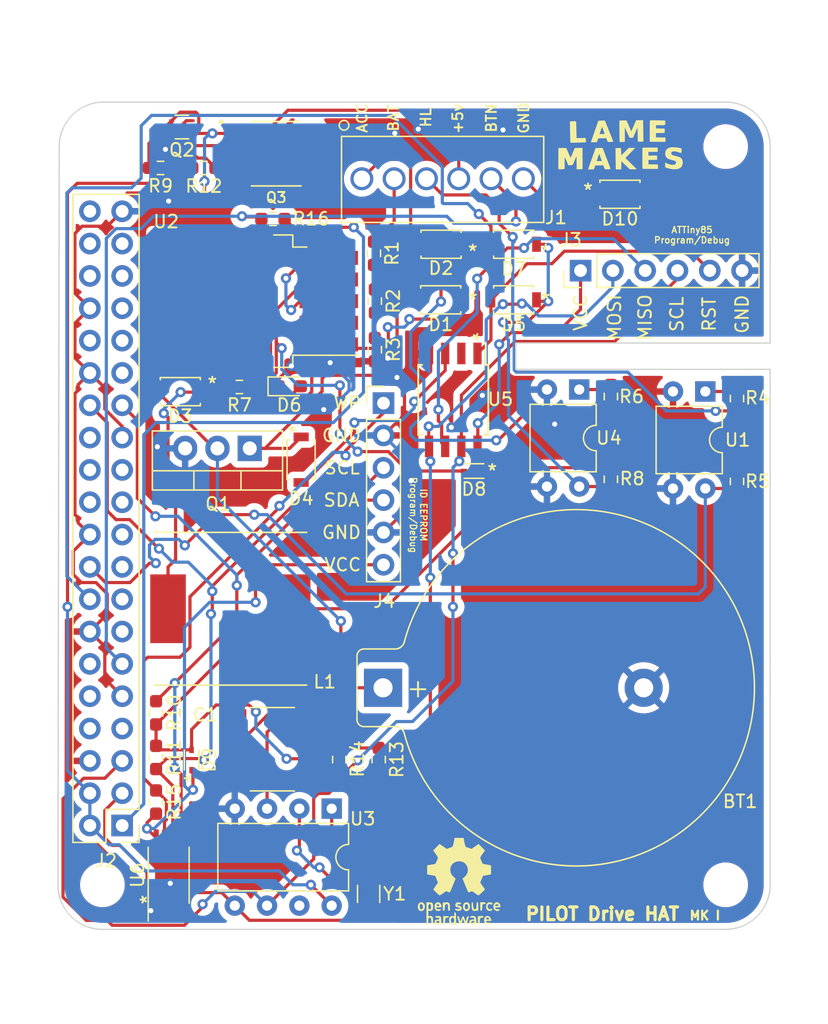
<source format=kicad_pcb>
(kicad_pcb (version 20211014) (generator pcbnew)
  (layers (0 "F.Cu" signal) (31 "B.Cu" signal) (34 "B.Paste" user) (35 "F.Paste" user) (36 "B.SilkS" user "B.Silkscreen") (37 "F.SilkS" user "F.Silkscreen") (38 "B.Mask" user) (39 "F.Mask" user) (44 "Edge.Cuts" user))
  (net 0 "")
  (net 1 "/+5v_ZVD")
  (net 2 "/+5v")
  (net 3 "Net-(Q2-Pad3)")
  (net 4 "/+12v_ACC")
  (net 5 "/+12v_BAT")
  (net 6 "/+12v_HL")
  (net 7 "GND")
  (net 8 "Net-(Q2-Pad1)")
  (net 9 "Net-(D3-Pad1)")
  (net 10 "/+3v3")
  (net 11 "/ID_SDA")
  (net 12 "/ID_SCL")
  (net 13 "/SDA")
  (net 14 "/ACC_Opto")
  (net 15 "/SCL")
  (net 16 "Net-(D6-Pad2)")
  (net 17 "Net-(R4-Pad2)")
  (net 18 "/ATTINY_VCC")
  (net 19 "/HL_Opto")
  (net 20 "Net-(R2-Pad1)")
  (net 21 "/MOSFET_CTRL")
  (net 22 "Net-(D1-Pad1)")
  (net 23 "Net-(U3-Pad1)")
  (net 24 "Net-(U3-Pad2)")
  (net 25 "/RTC_Bat")
  (net 27 "/RESET")
  (net 29 "Net-(D4-Pad2)")
  (net 30 "Net-(U4-Pad1)")
  (net 31 "Net-(D7-Pad2)")
  (net 34 "Net-(C1-Pad2)")
  (net 55 "/BACKUP_BTN")
  (net 56 "Net-(D10-Pad1)")
  (net 57 "/+3v3_RPi")
  (net 58 "Net-(D9-Pad1)")
  (net 59 "Net-(J4-Pad1)")
  (net 60 "/MISO")
  (footprint "pilot_footprints:1N4007FLTR" (layer "F.Cu") (at 95.9358 79.5519 180)
    (fp_text reference "D3")
    (fp_text value "1N5822" hide)
  )
  (footprint "Resistor_SMD:R_0603_1608Metric_Pad0.98x0.95mm_HandSolder" (layer "F.Cu") (at 129.789 79.9356 90)
    (fp_text reference "R6")
    (fp_text value "1k")
  )
  (footprint "Resistor_SMD:R_0603_1608Metric_Pad0.98x0.95mm_HandSolder" (layer "F.Cu") (at 111.5348 108.458 90)
    (fp_text reference "R13")
    (fp_text value "4k7")
  )
  (footprint "Connector_PinSocket_2.54mm:PinSocket_2x20_P2.54mm_Vertical" (layer "F.Cu") (at 90.0972 89.5096 180)
    (fp_text reference "J2")
    (fp_text value "Raspberry_Pi_4")
  )
  (footprint "Resistor_SMD:R_0603_1608Metric_Pad0.98x0.95mm_HandSolder" (layer "F.Cu") (at 139.705 86.6004 -90)
    (fp_text reference "R5")
    (fp_text value "4k7")
  )
  (footprint "pilot_footprints:pnp_pair" (layer "F.Cu") (at 96.0628 58.762)
    (fp_text reference "Q2")
    (fp_text value "Q_Dual_PNP" hide)
  )
  (footprint "pilot_footprints:schottky_diodes" (layer "F.Cu") (at 96.8248 108.4952 90)
    (fp_text reference "D9")
    (fp_text value "RB520S30T1G" hide)
  )
  (footprint "Resistor_SMD:R_0603_1608Metric_Pad0.98x0.95mm_HandSolder" (layer "F.Cu") (at 108.436 108.458 90)
    (fp_text reference "R14")
    (fp_text value "4k7")
  )
  (footprint "pilot_footprints:1N4007FLTR" (layer "F.Cu") (at 116.4116 72.3392 180)
    (fp_text reference "D1")
    (fp_text value "1N4007" hide)
  )
  (footprint "Package_TO_SOT_SMD:TO-263-5_TabPin3" (layer "F.Cu") (at 101.832 72.4408 180)
    (fp_text reference "U2")
    (fp_text value "LM2576HVS-3.3")
  )
  (footprint "pilot_footprints:100uF_Cap" (layer "F.Cu") (at 103.1748 107.6452 180)
    (fp_text reference "C1")
    (fp_text value "1000uF" hide)
  )
  (footprint "pilot_footprints:screw_term_6" (layer "F.Cu") (at 110.2106 62.825402)
    (fp_text reference "J1")
    (fp_text value "Screw_Terminal_01x06" hide)
  )
  (footprint "Package_SO:SOIC-8W_5.3x5.3mm_P1.27mm" (layer "F.Cu") (at 117.3988 80.1996 -90)
    (fp_text reference "U5")
    (fp_text value "ATtiny85-20P")
  )
  (footprint "Crystal:Crystal_SMD_3215-2Pin_3.2x1.5mm" (layer "F.Cu") (at 110.744 119.0108 90)
    (fp_text reference "Y1")
    (fp_text value "32.768 kHz")
  )
  (footprint "pilot_footprints:1N4007FLTR" (layer "F.Cu") (at 122.152 67.9704 180)
    (fp_text reference "D7")
    (fp_text value "1N4007" hide)
  )
  (footprint "Package_DIP:DIP-4_W7.62mm" (layer "F.Cu") (at 127.3048 79.3868 -90)
    (fp_text reference "U4")
    (fp_text value "SFH617A-1")
  )
  (footprint "Battery:BatteryHolder_Keystone_106_1x20mm" (layer "F.Cu") (at 111.87792 102.8192)
    (fp_text reference "BT1")
    (fp_text value "Battery_Cell")
  )
  (footprint "Package_TO_SOT_THT:TO-220-3_Vertical" (layer "F.Cu") (at 101.3968 84.0096 180)
    (fp_text reference "Q1")
    (fp_text value "Q_NMOS_GDS")
  )
  (footprint "Connector_PinHeader_2.54mm:PinHeader_1x06_P2.54mm_Vertical" (layer "F.Cu") (at 111.9124 80.4536)
    (fp_text reference "J4")
    (fp_text value "6W Header")
  )
  (footprint "LED_SMD:LED_0603_1608Metric_Pad1.05x0.95mm_HandSolder" (layer "F.Cu") (at 104.4956 79.1328)
    (fp_text reference "D6")
    (fp_text value "LED")
  )
  (footprint "MountingHole:MountingHole_2.5mm" (layer "F.Cu") (at 89.8144 118.2996)
    (fp_text reference "REF**" hide)
    (fp_text value "MountingHole_2.5mm")
  )
  (footprint "Resistor_SMD:R_0603_1608Metric_Pad0.98x0.95mm_HandSolder" (layer "F.Cu") (at 94.0308 104.7868 -90)
    (fp_text reference "R10")
    (fp_text value "4k7")
  )
  (footprint "pilot_footprints:1N4007FLTR" (layer "F.Cu") (at 105.4354 84.8986 -90)
    (fp_text reference "D4")
    (fp_text value "1N4007" hide)
  )
  (footprint "pilot_footprints:zvd_mosfet" (layer "F.Cu") (at 103.4796 60.8584)
    (fp_text reference "Q3")
    (fp_text value "Q_PMOS_SDG")
  )
  (footprint "Resistor_SMD:R_0603_1608Metric_Pad0.98x0.95mm_HandSolder" (layer "F.Cu") (at 94.0308 108.292 90)
    (fp_text reference "R11")
    (fp_text value "4k7")
  )
  (footprint "Resistor_SMD:R_0603_1608Metric_Pad0.98x0.95mm_HandSolder" (layer "F.Cu") (at 94.0308 111.7972 -90)
    (fp_text reference "R15")
    (fp_text value "1k")
  )
  (footprint "Connector_PinHeader_2.54mm:PinHeader_1x06_P2.54mm_Vertical" (layer "F.Cu") (at 127.4064 70.0396 90)
    (fp_text reference "J3")
    (fp_text value "6W Header")
  )
  (footprint "pilot_footprints:induct_100uH" (layer "F.Cu") (at 99.8728 96.608)
    (fp_text reference "L1")
    (fp_text value "100uH")
  )
  (footprint "MountingHole:MountingHole_2.5mm" (layer "F.Cu") (at 138.8144 60.2996)
    (fp_text reference "REF**" hide)
    (fp_text value "MountingHole_2.5mm")
  )
  (footprint "Resistor_SMD:R_0603_1608Metric_Pad0.98x0.95mm_HandSolder" (layer "F.Cu") (at 111.23 72.4408 90)
    (fp_text reference "R2")
    (fp_text value "22k")
  )
  (footprint "Resistor_SMD:R_0603_1608Metric_Pad0.98x0.95mm_HandSolder" (layer "F.Cu") (at 97.79 61.976 180)
    (fp_text reference "R12")
    (fp_text value "47k")
  )
  (footprint "Package_DIP:DIP-4_W7.62mm" (layer "F.Cu") (at 137.2158 79.5392 -90)
    (fp_text reference "U1")
    (fp_text value "SFH617A-1")
  )
  (footprint "Resistor_SMD:R_0603_1608Metric_Pad0.98x0.95mm_HandSolder" (layer "F.Cu") (at 103.2256 65.9756 180)
    (fp_text reference "R16")
    (fp_text value "4k7")
  )
  (footprint "Resistor_SMD:R_0603_1608Metric_Pad0.98x0.95mm_HandSolder" (layer "F.Cu") (at 111.1572 68.6816 90)
    (fp_text reference "R1")
    (fp_text value "15k")
  )
  (footprint "Resistor_SMD:R_0603_1608Metric_Pad0.98x0.95mm_HandSolder" (layer "F.Cu") (at 100.584 79.1836)
    (fp_text reference "R7")
    (fp_text value "330")
  )
  (footprint "MountingHole:MountingHole_2.5mm" (layer "F.Cu") (at 89.916 60.2996)
    (fp_text reference "REF**" hide)
    (fp_text value "MountingHole_2.5mm")
  )
  (footprint "MountingHole:MountingHole_2.5mm" (layer "F.Cu") (at 138.8144 118.2996)
    (fp_text reference "REF**" hide)
    (fp_text value "MountingHole_2.5mm")
  )
  (footprint "pilot_footprints:1N4007FLTR" (layer "F.Cu") (at 130.5052 64.0452)
    (fp_text reference "D10")
    (fp_text value "1N4007" hide)
  )
  (footprint "Resistor_SMD:R_0603_1608Metric_Pad0.98x0.95mm_HandSolder" (layer "F.Cu") (at 139.705 80.098 90)
    (fp_text reference "R4")
    (fp_text value "1k")
  )
  (footprint "pilot_footprints:1N4007FLTR" (layer "F.Cu") (at 116.437 67.9704 180)
    (fp_text reference "D2")
    (fp_text value "1N4007" hide)
  )
  (footprint "pilot_footprints:lamemakes_logo" (layer "F.Cu") (at 130.5052 60.1844)
    (fp_text reference "G***" hide)
    (fp_text value "LOGO" hide)
  )
  (footprint "Resistor_SMD:R_0603_1608Metric_Pad0.98x0.95mm_HandSolder" (layer "F.Cu") (at 94.3864 61.976)
    (fp_text reference "R9")
    (fp_text value "10k")
  )
  (footprint "pilot_footprints:schottky_diodes" (layer "F.Cu") (at 119.0244 85.7876 180)
    (fp_text reference "D8")
    (fp_text value "RB520S30T1G" hide)
  )
  (footprint "Package_DIP:DIP-8_W7.62mm" (layer "F.Cu") (at 107.8384 112.3152 -90)
    (fp_text reference "U3")
    (fp_text value "DS1307+")
  )
  (footprint "Package_SO:TSSOP-8_4.4x3mm_P0.65mm" (layer "F.Cu") (at 95.0214 117.5376 90)
    (fp_text reference "U6")
    (fp_text value "CAT24C128")
  )
  (footprint "pilot_footprints:1N4007FLTR" (layer "F.Cu") (at 122.152 72.3392 180)
    (fp_text reference "D5")
    (fp_text value "1N4007" hide)
  )
  (footprint "Resistor_SMD:R_0603_1608Metric_Pad0.98x0.95mm_HandSolder" (layer "F.Cu") (at 129.789 86.438 -90)
    (fp_text reference "R8")
    (fp_text value "4k7")
  )
  (footprint "pilot_footprints:oshw_logo" (layer "F.Cu") (at 117.856 117.9948)
    (fp_text reference "G***" hide)
    (fp_text value "LOGO" hide)
  )
  (footprint "Resistor_SMD:R_0603_1608Metric_Pad0.98x0.95mm_HandSolder" (layer "F.Cu") (at 111.23 76.2508 90)
    (fp_text reference "R3")
    (fp_text value "4k7")
  )
  (gr_line (start 142.3144 77.7996) (end 122.3144 77.7996) (layer "Edge.Cuts") (width 0.1))
  (gr_arc (start 138.8144 56.7996) (mid 141.266403 57.802065) (end 142.313808 60.235211) (layer "Edge.Cuts") (width 0.1))
  (gr_line (start 122.3144 77.7996) (end 122.3144 75.7352) (layer "Edge.Cuts") (width 0.1))
  (gr_line (start 142.3144 75.7352) (end 122.3144 75.7352) (layer "Edge.Cuts") (width 0.1))
  (gr_line (start 89.916 56.7996) (end 138.8144 56.7996) (layer "Edge.Cuts") (width 0.1))
  (gr_line (start 86.3144 118.2996) (end 86.416 60.2996) (layer "Edge.Cuts") (width 0.1))
  (gr_arc (start 86.416 60.2996) (mid 87.441126 57.824726) (end 89.916 56.7996) (layer "Edge.Cuts") (width 0.1))
  (gr_line (start 138.8144 121.7996) (end 89.8144 121.799177) (layer "Edge.Cuts") (width 0.1))
  (gr_line (start 142.3144 77.7996) (end 142.3144 118.2996) (layer "Edge.Cuts") (width 0.1))
  (gr_arc (start 89.8144 121.799177) (mid 87.339825 120.774175) (end 86.314823 118.2996) (layer "Edge.Cuts") (width 0.1))
  (gr_line (start 142.3144 60.2352) (end 142.3144 75.7352) (layer "Edge.Cuts") (width 0.1))
  (gr_arc (start 142.3144 118.2996) (mid 141.289274 120.774474) (end 138.8144 121.7996) (layer "Edge.Cuts") (width 0.1))
  (gr_text "ID EEPROM\nProgram/Debug" (at 114.6556 89.242 270) (layer "F.SilkS") (effects (font (size 0.5 0.5) (thickness 0.1))))
  (gr_text "+5v" (at 117.7544 58.1016 90) (layer "F.SilkS") (effects (font (size 0.8 0.8))))
  (gr_text "MK I" (at 137.1854 120.7126) (layer "F.SilkS") (effects (font (size 0.7 0.7) (thickness 0.175))))
  (gr_text "ATTiny85\nProgram/Debug" (at 136.1694 67.2456) (layer "F.SilkS") (effects (font (size 0.5 0.5) (thickness 0.1))))
  (gr_text "SDA" (at 108.6104 88.0736) (layer "F.SilkS") (effects (font (size 1 1))))
  (gr_text "PILOT Drive HAT" (at 122.9614 120.5856) (layer "F.SilkS") (effects (font (size 1 1) (thickness 0.25)) (justify left)))
  (gr_text "RST" (at 137.5156 73.4686 90) (layer "F.SilkS") (effects (font (size 1 1))))
  (gr_text "GND" (at 140.1064 73.4686 90) (layer "F.SilkS") (effects (font (size 1 1))))
  (gr_text "VCC" (at 108.712 93.1536) (layer "F.SilkS") (effects (font (size 1 1))))
  (gr_text "HL" (at 115.24527 58.026562 90) (layer "F.SilkS") (effects (font (size 0.8 0.8))))
  (gr_text "GND" (at 108.6104 90.612119) (layer "F.SilkS") (effects (font (size 1 1))))
  (gr_text "BAT" (at 112.697056 58.0508 90) (layer "F.SilkS") (effects (font (size 0.8 0.8))))
  (gr_text "SCL" (at 134.9756 73.4686 90) (layer "F.SilkS") (effects (font (size 1 1))))
  (gr_text "VCC" (at 127.4064 73.3416 90) (layer "F.SilkS") (effects (font (size 1 1))))
  (gr_text "WP" (at 109.0676 80.4536) (layer "F.SilkS") (effects (font (size 1 1))))
  (gr_text "MOSI" (at 130.0734 73.7226 90) (layer "F.SilkS") (effects (font (size 1 1))))
  (gr_text "MISO" (at 132.476743 73.7226 90) (layer "F.SilkS") (effects (font (size 1 1))))
  (gr_text "SCL" (at 108.6612 85.5336) (layer "F.SilkS") (effects (font (size 1 1))))
  (gr_text "GND" (at 108.6104 82.9936) (layer "F.SilkS") (effects (font (size 1 1))))
  (gr_text "ACC" (at 110.236 58.0508 90) (layer "F.SilkS") (effects (font (size 0.8 0.8))))
  (gr_text "BTN" (at 120.396 58.0508 90) (layer "F.SilkS") (effects (font (size 0.8 0.8))))
  (gr_text "GND" (at 122.936 58.0508 90) (layer "F.SilkS") (effects (font (size 0.8 0.8))))
  (segment (start 100.566001 59.261999) (end 100.8746 58.9534) (width 0.25) (layer "F.Cu") (net 1))
  (segment (start 107.8384 119.9352) (end 106.2028 118.2996) (width 0.25) (layer "F.Cu") (net 1))
  (segment (start 97.282 64.4516) (end 97.8408 63.8928) (width 0.25) (layer "F.Cu") (net 1))
  (segment (start 87.8332 63.1816) (end 96.012 63.1816) (width 0.25) (layer "F.Cu") (net 1))
  (segment (start 97.8408 63.8928) (end 97.8408 63.0292) (width 0.25) (layer "F.Cu") (net 1))
  (segment (start 96.8629 59.261999) (end 98.458401 59.261999) (width 0.25) (layer "F.Cu") (net 1))
  (segment (start 87.0712 63.9436) (end 87.8332 63.1816) (width 0.25) (layer "F.Cu") (net 1))
  (segment (start 96.012 63.1816) (end 97.282 64.4516) (width 0.25) (layer "F.Cu") (net 1))
  (segment (start 98.458401 59.261999) (end 100.566001 59.261999) (width 0.25) (layer "F.Cu") (net 1))
  (segment (start 87.0712 96.4556) (end 87.0712 63.9436) (width 0.25) (layer "F.Cu") (net 1))
  (via (at 98.458401 59.261999) (size 0.8) (drill 0.4) (layers "F.Cu" "B.Cu") (net 1))
  (via (at 97.8408 63.0292) (size 0.8) (drill 0.4) (layers "F.Cu" "B.Cu") (net 1))
  (via (at 87.0712 96.4556) (size 0.8) (drill 0.4) (layers "F.Cu" "B.Cu") (net 1))
  (via (at 106.2028 118.2996) (size 0.8) (drill 0.4) (layers "F.Cu" "B.Cu") (net 1))
  (segment (start 93.1926 117.2074) (end 103.7082 117.2074) (width 0.25) (layer "B.Cu") (net 1))
  (segment (start 103.7082 117.2074) (end 104.8004 118.2996) (width 0.25) (layer "B.Cu") (net 1))
  (segment (start 104.8004 118.2996) (end 106.2028 118.2996) (width 0.25) (layer "B.Cu") (net 1))
  (segment (start 97.8408 59.6764) (end 98.255201 59.261999) (width 0.25) (layer "B.Cu") (net 1))
  (segment (start 91.1352 115.15) (end 93.1926 117.2074) (width 0.25) (layer "B.Cu") (net 1))
  (segment (start 88.8272 111.0996) (end 87.0712 109.3436) (width 0.25) (layer "B.Cu") (net 1))
  (segment (start 98.255201 59.261999) (end 98.458401 59.261999) (width 0.25) (layer "B.Cu") (net 1))
  (segment (start 90.3376 115.15) (end 91.1352 115.15) (width 0.25) (layer "B.Cu") (net 1))
  (segment (start 87.0712 109.3436) (end 87.0712 96.4556) (width 0.25) (layer "B.Cu") (net 1))
  (segment (start 88.8272 113.6396) (end 90.3376 115.15) (width 0.25) (layer "B.Cu") (net 1))
  (segment (start 88.8272 113.6396) (end 88.8272 111.0996) (width 0.25) (layer "B.Cu") (net 1))
  (segment (start 97.8408 63.0292) (end 97.8408 59.6764) (width 0.25) (layer "B.Cu") (net 1))
  (segment (start 104.394 57.4412) (end 101.6118 60.2234) (width 0.25) (layer "F.Cu") (net 2))
  (segment (start 96.961419 60.2234) (end 100.8746 60.2234) (width 0.25) (layer "F.Cu") (net 2))
  (segment (start 96.8629 58.262001) (end 96.409077 58.262001) (width 0.25) (layer "F.Cu") (net 2))
  (segment (start 117.8306 62.825402) (end 117.8306 60.996602) (width 0.25) (layer "F.Cu") (net 2))
  (segment (start 96.409077 58.262001) (end 95.790411 58.880667) (width 0.25) (layer "F.Cu") (net 2))
  (segment (start 95.790411 59.052392) (end 96.961419 60.2234) (width 0.25) (layer "F.Cu") (net 2))
  (segment (start 101.6118 60.2234) (end 100.8746 60.2234) (width 0.25) (layer "F.Cu") (net 2))
  (segment (start 117.8306 60.996602) (end 114.275198 57.4412) (width 0.25) (layer "F.Cu") (net 2))
  (segment (start 95.790411 58.880667) (end 95.790411 59.052392) (width 0.25) (layer "F.Cu") (net 2))
  (segment (start 114.275198 57.4412) (end 104.394 57.4412) (width 0.25) (layer "F.Cu") (net 2))
  (segment (start 95.2627 59.261999) (end 95.3643 59.261999) (width 0.25) (layer "F.Cu") (net 3))
  (segment (start 95.3643 59.261999) (end 97.302701 61.2004) (width 0.25) (layer "F.Cu") (net 3))
  (segment (start 100.8746 61.4934) (end 99.1851 61.4934) (width 0.25) (layer "F.Cu") (net 3))
  (segment (start 97.302701 61.2004) (end 97.9269 61.2004) (width 0.25) (layer "F.Cu") (net 3))
  (segment (start 99.1851 61.4934) (end 98.7025 61.976) (width 0.25) (layer "F.Cu") (net 3))
  (segment (start 97.9269 61.2004) (end 98.7025 61.976) (width 0.25) (layer "F.Cu") (net 3))
  (segment (start 113.4872 61.302) (end 111.734002 61.302) (width 0.25) (layer "F.Cu") (net 4))
  (segment (start 116.4336 69.7577) (end 114.6463 67.9704) (width 0.25) (layer "F.Cu") (net 4))
  (segment (start 114.046 61.8608) (end 113.4872 61.302) (width 0.25) (layer "F.Cu") (net 4))
  (segment (start 114.6463 67.9704) (end 114.046 67.3701) (width 0.25) (layer "F.Cu") (net 4))
  (segment (start 123.4559 80.8481) (end 120.9294 83.3746) (width 0.25) (layer "F.Cu") (net 4))
  (segment (start 114.046 67.3701) (end 114.046 61.8608) (width 0.25) (layer "F.Cu") (net 4))
  (segment (start 129.789 80.8481) (end 123.4559 80.8481) (width 0.25) (layer "F.Cu") (net 4))
  (segment (start 120.9294 83.3746) (end 120.777 83.3746) (width 0.25) (layer "F.Cu") (net 4))
  (segment (start 111.734002 61.302) (end 110.2106 62.825402) (width 0.25) (layer "F.Cu") (net 4))
  (segment (start 116.4336 72.478) (end 116.4336 69.7577) (width 0.25) (layer "F.Cu") (net 4))
  (via (at 116.4336 72.478) (size 0.8) (drill 0.4) (layers "F.Cu" "B.Cu") (net 4))
  (via (at 120.777 83.3746) (size 0.8) (drill 0.4) (layers "F.Cu" "B.Cu") (net 4))
  (segment (start 114.046 82.384) (end 114.046 82.9428) (width 0.25) (layer "B.Cu") (net 4))
  (segment (start 115.0874 81.3426) (end 114.046 82.384) (width 0.25) (layer "B.Cu") (net 4))
  (segment (start 114.046 82.9428) (end 114.4778 83.3746) (width 0.25) (layer "B.Cu") (net 4))
  (segment (start 114.046 74.8656) (end 114.046 77.6342) (width 0.25) (layer "B.Cu") (net 4))
  (segment (start 115.0874 78.6756) (end 115.0874 81.3426) (width 0.25) (layer "B.Cu") (net 4))
  (segment (start 116.4336 72.478) (end 114.046 74.8656) (width 0.25) (layer "B.Cu") (net 4))
  (segment (start 114.4778 83.3746) (end 120.777 83.3746) (width 0.25) (layer "B.Cu") (net 4))
  (segment (start 114.046 77.6342) (end 115.0874 78.6756) (width 0.25) (layer "B.Cu") (net 4))
  (segment (start 114.6209 71.2328) (end 111.1572 67.7691) (width 0.25) (layer "F.Cu") (net 5))
  (segment (start 114.6209 72.3392) (end 114.6209 71.2328) (width 0.25) (layer "F.Cu") (net 5))
  (segment (start 112.7506 66.1757) (end 111.1572 67.7691) (width 0.25) (layer "F.Cu") (net 5))
  (segment (start 112.7506 66.1757) (end 112.7506 62.825402) (width 0.25) (layer "F.Cu") (net 5))
  (segment (start 116.561198 64.096) (end 119.9642 64.096) (width 0.25) (layer "F.Cu") (net 6))
  (segment (start 119.9642 64.096) (end 121.0056 65.1374) (width 0.25) (layer "F.Cu") (net 6))
  (segment (start 139.6523 81.0632) (end 139.705 81.0105) (width 0.25) (layer "F.Cu") (net 6))
  (segment (start 121.0056 66.3312) (end 122.0724 67.398) (width 0.25) (layer "F.Cu") (net 6))
  (segment (start 115.2906 62.825402) (end 116.561198 64.096) (width 0.25) (layer "F.Cu") (net 6))
  (segment (start 121.0056 65.1374) (end 121.0056 66.3312) (width 0.25) (layer "F.Cu") (net 6))
  (segment (start 138.0236 81.0632) (end 139.6523 81.0632) (width 0.25) (layer "F.Cu") (net 6))
  (via (at 138.0236 81.0632) (size 0.8) (drill 0.4) (layers "F.Cu" "B.Cu") (net 6))
  (via (at 122.0724 67.398) (size 0.8) (drill 0.4) (layers "F.Cu" "B.Cu") (net 6))
  (segment (start 122.0724 67.398) (end 122.0724 67.6266) (width 0.25) (layer "B.Cu") (net 6))
  (segment (start 134.1628 81.0632) (end 138.0236 81.0632) (width 0.25) (layer "B.Cu") (net 6))
  (segment (start 122.1994 67.7536) (end 122.072389 67.880611) (width 0.25) (layer "B.Cu") (net 6))
  (segment (start 122.0724 67.6266) (end 122.1994 67.7536) (width 0.25) (layer "B.Cu") (net 6))
  (segment (start 122.072389 67.880611) (end 122.072389 74.865589) (width 0.25) (layer "B.Cu") (net 6))
  (segment (start 122.18938 74.98258) (end 122.18938 77.851384) (width 0.25) (layer "B.Cu") (net 6))
  (segment (start 122.353196 78.0152) (end 131.1148 78.0152) (width 0.25) (layer "B.Cu") (net 6))
  (segment (start 131.1148 78.0152) (end 134.1628 81.0632) (width 0.25) (layer "B.Cu") (net 6))
  (segment (start 122.072389 74.865589) (end 122.18938 74.98258) (width 0.25) (layer "B.Cu") (net 6))
  (segment (start 122.18938 77.851384) (end 122.353196 78.0152) (width 0.25) (layer "B.Cu") (net 6))
  (segment (start 112.157661 77.0246) (end 112.2547 76.927561) (width 0.25) (layer "F.Cu") (net 7))
  (segment (start 87.5284 92.0784) (end 88.8272 90.7796) (width 0.25) (layer "F.Cu") (net 7))
  (segment (start 94.1324 83.8826) (end 94.1324 82.2316) (width 0.25) (layer "F.Cu") (net 7))
  (segment (start 111.23 77.1633) (end 111.9007 77.1633) (width 0.25) (layer "F.Cu") (net 7))
  (segment (start 96.6603 118.1847) (end 95.1484 118.1847) (width 0.25) (layer "F.Cu") (net 7))
  (segment (start 87.9094 89.8618) (end 87.9094 89.4706) (width 0.25) (layer "F.Cu") (net 7))
  (segment (start 89.3064 94.5506) (end 88.1634 94.5506) (width 0.25) (layer "F.Cu") (net 7))
  (segment (start 93.1164 81.2156) (end 92.8624 80.9616) (width 0.25) (layer "F.Cu") (net 7))
  (segment (start 87.652689 74.174111) (end 88.8272 72.9996) (width 0.25) (layer "F.Cu") (net 7))
  (segment (start 88.219889 66.554111) (end 90.192689 66.554111) (width 0.25) (layer "F.Cu") (net 7))
  (segment (start 88.8272 72.9996) (end 87.652689 71.825089) (width 0.25) (layer "F.Cu") (net 7))
  (segment (start 91.3672 103.4796) (end 90.001711 102.114111) (width 0.25) (layer "F.Cu") (net 7))
  (segment (start 94.1324 82.2316) (end 93.1164 81.2156) (width 0.25) (layer "F.Cu") (net 7))
  (segment (start 90.192689 66.554111) (end 91.3672 65.3796) (width 0.25) (layer "F.Cu") (net 7))
  (segment (start 93.9779 120.3316) (end 94.0464 120.4001) (width 0.25) (layer "F.Cu") (net 7))
  (segment (start 92.8624 80.9616) (end 92.8624 79.4376) (width 0.25) (layer "F.Cu") (net 7))
  (segment (start 93.6244 120.3316) (end 93.9779 120.3316) (width 0.25) (layer "F.Cu") (net 7))
  (segment (start 112.973327 78.593527) (end 113.5634 79.1836) (width 0.25) (layer "F.Cu") (net 7))
  (segment (start 103.6206 78.5854) (end 104.6734 77.5326) (width 0.25) (layer "F.Cu") (net 7))
  (segment (start 87.9094 89.4706) (end 87.652689 89.213889) (width 0.25) (layer "F.Cu") (net 7))
  (segment (start 87.5284 93.9156) (end 87.5284 92.0784) (width 0.25) (layer "F.Cu") (net 7))
  (segment (start 87.9094 79.4376) (end 87.9094 78.9974) (width 0.25) (layer "F.Cu") (net 7))
  (segment (start 114.3254 59.2446) (end 114.6472 58.9228) (width 0.25) (layer "F.Cu") (net 7))
  (segment (start 112.8014 59.2446) (end 114.3254 59.2446) (width 0.25) (layer "F.Cu") (net 7))
  (segment (start 90.192689 97.034111) (end 90.192689 95.436889) (width 0.25) (layer "F.Cu") (net 7))
  (segment (start 100.2184 114.6266) (end 97.4344 117.4106) (width 0.25) (layer "F.Cu") (net 7))
  (segment (start 114.859798 76.5496) (end 115.4938 76.5496) (width 0.25) (layer "F.Cu") (net 7))
  (segment (start 112.8014 82.1046) (end 111.9124 82.9936) (width 0.25) (layer "F.Cu") (net 7))
  (segment (start 90.001711 99.574111) (end 88.8272 98.3996) (width 0.25) (layer "F.Cu") (net 7))
  (segment (start 111.9124 90.6136) (end 114.0714 88.4546) (width 0.25) (layer "F.Cu") (net 7))
  (segment (start 112.973327 78.436071) (end 112.973327 78.593527) (width 0.25) (layer "F.Cu") (net 7))
  (segment (start 87.652689 79.694311) (end 87.9094 79.4376) (width 0.25) (layer "F.Cu") (net 7))
  (segment (start 91.3672 83.1596) (end 91.3672 82.28061) (width 0.25) (layer "F.Cu") (net 7))
  (segment (start 87.652689 71.825089) (end 87.652689 67.121311) (width 0.25) (layer "F.Cu") (net 7))
  (segment (start 91.3672 82.28061) (end 90.001711 80.915121) (width 0.25) (layer "F.Cu") (net 7))
  (segment (start 87.652689 67.121311) (end 88.219889 66.554111) (width 0.25) (layer "F.Cu") (net 7))
  (segment (start 90.001711 102.114111) (end 90.001711 99.574111) (width 0.25) (layer "F.Cu") (net 7))
  (segment (start 113.5634 79.1836) (end 113.5634 82.1046) (width 0.25) (layer "F.Cu") (net 7))
  (segment (start 87.9094 78.9974) (end 88.8272 78.0796) (width 0.25) (layer "F.Cu") (net 7))
  (segment (start 87.652689 76.905089) (end 87.652689 74.174111) (width 0.25) (layer "F.Cu") (net 7))
  (segment (start 90.192689 95.436889) (end 89.3064 94.5506) (width 0.25) (layer "F.Cu") (net 7))
  (segment (start 88.8272 78.0796) (end 87.652689 76.905089) (width 0.25) (layer "F.Cu") (net 7))
  (segment (start 87.652689 89.213889) (end 87.652689 79.694311) (width 0.25) (layer "F.Cu") (net 7))
  (segment (start 112.0394 77.0246) (end 112.157661 77.0246) (width 0.25) (layer "F.Cu") (net 7))
  (segment (start 88.8272 90.7796) (end 87.9094 89.8618) (width 0.25) (layer "F.Cu") (net 7))
  (segment (start 113.5634 82.1046) (end 112.8014 82.1046) (width 0.25) (layer "F.Cu") (net 7))
  (segment (start 90.001711 80.915121) (end 90.001711 79.254111) (width 0.25) (layer "F.Cu") (net 7))
  (segment (start 97.4344 117.4106) (end 96.6603 118.1847) (width 0.25) (layer "F.Cu") (net 7))
  (segment (start 111.9007 77.1633) (end 112.0394 77.0246) (width 0.25) (layer "F.Cu") (net 7))
  (segment (start 112.973327 78.436071) (end 114.859798 76.5496) (width 0.25) (layer "F.Cu") (net 7))
  (segment (start 90.001711 79.254111) (end 88.8272 78.0796) (width 0.25) (layer "F.Cu") (net 7))
  (segment (start 88.1634 94.5506) (end 87.5284 93.9156) (width 0.25) (layer "F.Cu") (net 7))
  (segment (start 100.2184 112.3152) (end 100.2184 114.6266) (width 0.25) (layer "F.Cu") (net 7))
  (segment (start 114.0714 88.4546) (end 114.0714 86.6766) (width 0.25) (layer "F.Cu") (net 7))
  (segment (start 114.0714 86.6766) (end 114.0714 86.5496) (width 0.25) (layer "F.Cu") (net 7))
  (segment (start 88.8272 98.3996) (end 90.192689 97.034111) (width 0.25) (layer "F.Cu") (net 7))
  (segment (start 103.6206 79.1328) (end 103.6206 78.5854) (width 0.25) (layer "F.Cu") (net 7))
  (via (at 93.6244 120.3316) (size 0.8) (drill 0.4) (layers "F.Cu" "B.Cu") (net 7))
  (via (at 125.3744 82.1046) (size 0.8) (drill 0.4) (layers "F.Cu" "B.Cu") (net 7))
  (via (at 95.1484 118.1847) (size 0.8) (drill 0.4) (layers "F.Cu" "B.Cu") (net 7))
  (via (at 94.7674 60.5146) (size 0.8) (drill 0.4) (layers "F.Cu" "B.Cu") (net 7))
  (via (at 121.3104 58.9906) (size 0.8) (drill 0.4) (layers "F.Cu" "B.Cu") (net 7))
  (via (at 104.6734 77.5326) (size 0.8) (drill 0.4) (layers "F.Cu" "B.Cu") (net 7))
  (via (at 107.2134 80.9616) (size 0.8) (drill 0.4) (layers "F.Cu" "B.Cu") (net 7))
  (via (at 119.689099 79.848299) (size 0.8) (drill 0.4) (layers "F.Cu" "B.Cu") (net 7))
  (via (at 107.7214 77.2786) (size 0.8) (drill 0.4) (layers "F.Cu" "B.Cu") (net 7))
  (via (at 117.2464 82.3586) (size 0.8) (drill 0.4) (layers "F.Cu" "B.Cu") (net 7))
  (via (at 112.973327 78.436071) (size 0.8) (drill 0.4) (layers "F.Cu" "B.Cu") (net 7))
  (via (at 95.0214 64.5786) (size 0.8) (drill 0.4) (layers "F.Cu" "B.Cu") (net 7))
  (via (at 114.0714 86.5496) (size 0.8) (drill 0.4) (layers "F.Cu" "B.Cu") (net 7))
  (via (at 112.2547 76.927561) (size 0.8) (drill 0.4) (layers "F.Cu" "B.Cu") (net 7))
  (via (at 114.6472 58.9228) (size 0.8) (drill 0.4) (layers "F.Cu" "B.Cu") (net 7))
  (via (at 94.1324 83.8826) (size 0.8) (drill 0.4) (layers "F.Cu" "B.Cu") (net 7))
  (via (at 112.8014 59.2446) (size 0.8) (drill 0.4) (layers "F.Cu" "B.Cu") (net 7))
  (segment (start 93.6244 120.2046) (end 93.6244 120.3316) (width 0.25) (layer "B.Cu") (net 7))
  (segment (start 108.6104 59.2446) (end 112.8014 59.2446) (width 0.25) (layer "B.Cu") (net 7))
  (segment (start 112.815871 78.436071) (end 112.973327 78.436071) (width 0.25) (layer "B.Cu") (net 7))
  (segment (start 94.7674 64.3246) (end 95.0214 64.5786) (width 0.25) (layer "B.Cu") (net 7))
  (segment (start 112.2547 76.927561) (end 112.2547 77.8749) (width 0.25) (layer "B.Cu") (net 7))
  (segment (start 107.4674 77.5326) (end 107.7214 77.2786) (width 0.25) (layer "B.Cu") (net 7))
  (segment (start 109.207911 79.475089) (end 107.7214 80.9616) (width 0.25) (layer "B.Cu") (net 7))
  (segment (start 95.1484 118.6806) (end 93.6244 120.2046) (width 0.25) (layer "B.Cu") (net 7))
  (segment (start 108.2294 59.6256) (end 108.6104 59.2446) (width 0.25) (layer "B.Cu") (net 7))
  (segment (start 107.7214 80.9616) (end 107.2134 80.9616) (width 0.25) (layer "B.Cu") (net 7))
  (segment (start 114.0714 85.1526) (end 111.9124 82.9936) (width 0.25) (layer "B.Cu") (net 7))
  (segment (start 121.2426 58.9228) (end 121.3104 58.9906) (width 0.25) (layer "B.Cu") (net 7))
  (segment (start 112.6744 78.2946) (end 112.815871 78.436071) (width 0.25) (layer "B.Cu") (net 7))
  (segment (start 109.207911 78.756497) (end 109.207911 79.475089) (width 0.25) (layer "B.Cu") (net 7))
  (segment (start 107.730014 77.2786) (end 109.207911 78.756497) (width 0.25) (layer "B.Cu") (net 7))
  (segment (start 95.1484 118.1847) (end 95.1484 118.6806) (width 0.25) (layer "B.Cu") (net 7))
  (segment (start 106.5784 64.5786) (end 108.2294 62.9276) (width 0.25) (layer "B.Cu") (net 7))
  (segment (start 94.7674 60.5146) (end 94.7674 64.3246) (width 0.25) (layer "B.Cu") (net 7))
  (segment (start 119.689099 79.915901) (end 117.2464 82.3586) (width 0.25) (layer "B.Cu") (net 7))
  (segment (start 108.2294 62.9276) (end 108.2294 59.6256) (width 0.25) (layer "B.Cu") (net 7))
  (segment (start 114.0714 86.5496) (end 114.0714 85.1526) (width 0.25) (layer "B.Cu") (net 7))
  (segment (start 95.0214 64.5786) (end 106.5784 64.5786) (width 0.25) (layer "B.Cu") (net 7))
  (segment (start 107.7214 77.2786) (end 107.730014 77.2786) (width 0.25) (layer "B.Cu") (net 7))
  (segment (start 114.6472 58.9228) (end 121.2426 58.9228) (width 0.25) (layer "B.Cu") (net 7))
  (segment (start 119.689099 79.848299) (end 119.689099 79.915901) (width 0.25) (layer "B.Cu") (net 7))
  (segment (start 104.6734 77.5326) (end 107.4674 77.5326) (width 0.25) (layer "B.Cu") (net 7))
  (segment (start 112.2547 77.8749) (end 112.6744 78.2946) (width 0.25) (layer "B.Cu") (net 7))
  (segment (start 97.390611 57.83589) (end 97.390611 58.526389) (width 0.25) (layer "F.Cu") (net 8))
  (segment (start 97.390611 58.526389) (end 97.155 58.762) (width 0.25) (layer "F.Cu") (net 8))
  (segment (start 95.2627 58.262001) (end 93.4739 60.050801) (width 0.25) (layer "F.Cu") (net 8))
  (segment (start 93.4739 60.050801) (end 93.4739 61.976) (width 0.25) (layer "F.Cu") (net 8))
  (segment (start 97.148321 57.5936) (end 97.390611 57.83589) (width 0.25) (layer "F.Cu") (net 8))
  (segment (start 95.2627 58.262001) (end 95.2627 58.762) (width 0.25) (layer "F.Cu") (net 8))
  (segment (start 95.2627 58.262001) (end 95.931101 57.5936) (width 0.25) (layer "F.Cu") (net 8))
  (segment (start 95.931101 57.5936) (end 97.148321 57.5936) (width 0.25) (layer "F.Cu") (net 8))
  (segment (start 97.155 58.762) (end 96.8629 58.762) (width 0.25) (layer "F.Cu") (net 8))
  (segment (start 106.2736 79.549616) (end 106.2736 77.817769) (width 0.25) (layer "F.Cu") (net 9))
  (segment (start 94.9728 87.517) (end 95.566889 88.111089) (width 0.25) (layer "F.Cu") (net 9))
  (segment (start 97.6884 79.59) (end 97.7265 79.5519) (width 0.25) (layer "F.Cu") (net 9))
  (segment (start 106.2736 77.817769) (end 104.982489 76.526658) (width 0.25) (layer "F.Cu") (net 9))
  (segment (start 95.566889 92.735111) (end 94.9728 93.3292) (width 0.25) (layer "F.Cu") (net 9))
  (segment (start 94.9728 93.3292) (end 94.9728 96.608) (width 0.25) (layer "F.Cu") (net 9))
  (segment (start 95.566889 88.111089) (end 95.566889 92.735111) (width 0.25) (layer "F.Cu") (net 9))
  (segment (start 94.7674 81.3426) (end 94.9728 81.548) (width 0.25) (layer "F.Cu") (net 9))
  (segment (start 104.982489 75.015311) (end 105.857 74.1408) (width 0.25) (layer "F.Cu") (net 9))
  (segment (start 104.982489 76.526658) (end 104.982489 75.015311) (width 0.25) (layer "F.Cu") (net 9))
  (segment (start 95.9612 79.59) (end 97.6884 79.59) (width 0.25) (layer "F.Cu") (net 9))
  (segment (start 105.857 74.1408) (end 107.607 74.1408) (width 0.25) (layer "F.Cu") (net 9))
  (segment (start 94.9728 81.548) (end 94.9728 87.517) (width 0.25) (layer "F.Cu") (net 9))
  (segment (start 94.6404 81.2531) (end 94.7299 81.3426) (width 0.25) (layer "F.Cu") (net 9))
  (segment (start 97.7265 79.5519) (end 98.55644 80.38184) (width 0.25) (layer "F.Cu") (net 9))
  (segment (start 105.441376 80.38184) (end 106.2736 79.549616) (width 0.25) (layer "F.Cu") (net 9))
  (segment (start 98.55644 80.38184) (end 105.441376 80.38184) (width 0.25) (layer "F.Cu") (net 9))
  (segment (start 94.7299 81.3426) (end 94.7674 81.3426) (width 0.25) (layer "F.Cu") (net 9))
  (via (at 94.6404 81.2531) (size 0.8) (drill 0.4) (layers "F.Cu" "B.Cu") (net 9))
  (via (at 95.9612 79.59) (size 0.8) (drill 0.4) (layers "F.Cu" "B.Cu") (net 9))
  (segment (start 94.6404 81.2531) (end 94.6404 80.9108) (width 0.25) (layer "B.Cu") (net 9))
  (segment (start 94.6404 80.9108) (end 95.9612 79.59) (width 0.25) (layer "B.Cu") (net 9))
  (segment (start 96.8248 107.6951) (end 96.8248 106.094478) (width 0.25) (layer "F.Cu") (net 10))
  (segment (start 129.789 85.5255) (end 121.167422 85.5255) (width 0.25) (layer "F.Cu") (net 10))
  (segment (start 107.607 70.7408) (end 105.857 70.7408) (width 0.25) (layer "F.Cu") (net 10))
  (segment (start 113.82741 85.7876) (end 112.30341 84.2636) (width 0.25) (layer "F.Cu") (net 10))
  (segment (start 94.0308 105.6993) (end 103.1221 96.608) (width 0.25) (layer "F.Cu") (net 10))
  (segment (start 101.339889 104.171089) (end 101.8794 104.7106) (width 0.25) (layer "F.Cu") (net 10))
  (segment (start 103.481511 75.705711) (end 103.481511 75.578711) (width 0.25) (layer "F.Cu") (net 10))
  (segment (start 108.4834 82.858002) (end 108.4834 79.1836) (width 0.25) (layer "F.Cu") (net 10))
  (segment (start 118.2243 90.3977) (end 112.014 96.608) (width 0.25) (layer "F.Cu") (net 10))
  (segment (start 105.4998 108.3936) (end 106.2482 107.6452) (width 0.25) (layer "F.Cu") (net 10))
  (segment (start 103.481511 73.116289) (end 103.481511 75.578711) (width 0.25) (layer "F.Cu") (net 10))
  (segment (start 111.5348 107.5455) (end 108.436 107.5455) (width 0.25) (layer "F.Cu") (net 10))
  (segment (start 98.748189 104.171089) (end 101.339889 104.171089) (width 0.25) (layer "F.Cu") (net 10))
  (segment (start 96.8248 106.094478) (end 98.748189 104.171089) (width 0.25) (layer "F.Cu") (net 10))
  (segment (start 108.4834 79.1836) (end 108.4834 79.0566) (width 0.25) (layer "F.Cu") (net 10))
  (segment (start 121.167422 85.5255) (end 119.216222 87.4767) (width 0.25) (layer "F.Cu") (net 10))
  (segment (start 106.3479 107.5455) (end 106.2482 107.6452) (width 0.25) (layer "F.Cu") (net 10))
  (segment (start 112.30341 84.2636) (end 109.8804 84.2636) (width 0.25) (layer "F.Cu") (net 10))
  (segment (start 118.2243 85.7876) (end 118.2243 87.4767) (width 0.25) (layer "F.Cu") (net 10))
  (segment (start 104.2924 108.3936) (end 105.4998 108.3936) (width 0.25) (layer "F.Cu") (net 10))
  (segment (start 94.0308 107.3795) (end 94.0308 105.6993) (width 0.25) (layer "F.Cu") (net 10))
  (segment (start 103.1221 96.608) (end 104.7728 96.608) (width 0.25) (layer "F.Cu") (net 10))
  (segment (start 108.479101 82.862301) (end 108.4834 82.858002) (width 0.25) (layer "F.Cu") (net 10))
  (segment (start 139.705 85.6879) (end 129.9514 85.6879) (width 0.25) (layer "F.Cu") (net 10))
  (segment (start 103.481511 75.578711) (end 103.481511 78.077369) (width 0.25) (layer "F.Cu") (net 10))
  (segment (start 94.0308 107.3795) (end 94.3464 107.6951) (width 0.25) (layer "F.Cu") (net 10))
  (segment (start 119.216222 87.4767) (end 118.2243 87.4767) (width 0.25) (layer "F.Cu") (net 10))
  (segment (start 94.3464 107.6951) (end 96.8248 107.6951) (width 0.25) (layer "F.Cu") (net 10))
  (segment (start 103.9114 76.1356) (end 103.481511 75.705711) (width 0.25) (layer "F.Cu") (net 10))
  (segment (start 105.857 70.7408) (end 103.481511 73.116289) (width 0.25) (layer "F.Cu") (net 10))
  (segment (start 112.014 96.608) (end 104.7728 96.608) (width 0.25) (layer "F.Cu") (net 10))
  (segment (start 118.2243 87.4767) (end 118.2243 90.3977) (width 0.25) (layer "F.Cu") (net 10))
  (segment (start 103.2256 78.33328) (end 100.52182 78.33328) (width 0.25) (layer "F.Cu") (net 10))
  (segment (start 103.481511 78.077369) (end 103.2256 78.33328) (width 0.25) (layer "F.Cu") (net 10))
  (segment (start 100.52182 78.33328) (end 99.6715 79.1836) (width 0.25) (layer "F.Cu") (net 10))
  (segment (start 108.436 107.5455) (end 106.3479 107.5455) (width 0.25) (layer "F.Cu") (net 10))
  (segment (start 118.2243 85.7876) (end 113.82741 85.7876) (width 0.25) (layer "F.Cu") (net 10))
  (segment (start 129.9514 85.6879) (end 129.789 85.5255) (width 0.25) (layer "F.Cu") (net 10))
  (via (at 109.8804 84.2636) (size 0.8) (drill 0.4) (layers "F.Cu" "B.Cu") (net 10))
  (via (at 108.479101 82.862301) (size 0.8) (drill 0.4) (layers "F.Cu" "B.Cu") (net 10))
  (via (at 101.8794 104.7106) (size 0.8) (drill 0.4) (layers "F.Cu" "B.Cu") (net 10))
  (via (at 103.9114 76.1356) (size 0.8) (drill 0.4) (layers "F.Cu" "B.Cu") (net 10))
  (via (at 104.2924 108.3936) (size 0.8) (drill 0.4) (layers "F.Cu" "B.Cu") (net 10))
  (via (at 108.4834 79.0566) (size 0.8) (drill 0.4) (layers "F.Cu" "B.Cu") (net 10))
  (segment (start 109.8804 84.2636) (end 108.479101 82.862301) (width 0.25) (layer "B.Cu") (net 10))
  (segment (start 101.8794 105.9806) (end 104.2924 108.3936) (width 0.25) (layer "B.Cu") (net 10))
  (segment (start 103.9114 77.795214) (end 103.9114 76.1356) (width 0.25) (layer "B.Cu") (net 10))
  (segment (start 105.172786 79.0566) (end 103.9114 77.795214) (width 0.25) (layer "B.Cu") (net 10))
  (segment (start 108.4834 79.0566) (end 105.172786 79.0566) (width 0.25) (layer "B.Cu") (net 10))
  (segment (start 101.8794 104.7106) (end 101.8794 105.9806) (width 0.25) (layer "B.Cu") (net 10))
  (segment (start 92.5576 87.9212) (end 93.98 89.3436) (width 0.25) (layer "F.Cu") (net 11))
  (segment (start 91.3672 80.6196) (end 92.5576 81.81) (width 0.25) (layer "F.Cu") (net 11))
  (segment (start 95.504 109.1048) (end 95.9964 109.5972) (width 0.25) (layer "F.Cu") (net 11))
  (segment (start 95.9964 109.5972) (end 95.9964 114.6751) (width 0.25) (layer "F.Cu") (net 11))
  (segment (start 100.3808 94.7792) (end 100.3808 93.9664) (width 0.25) (layer "F.Cu") (net 11))
  (segment (start 100.3808 97.5732) (end 100.3808 94.7792) (width 0.25) (layer "F.Cu") (net 11))
  (segment (start 100.3808 93.9664) (end 106.2736 88.0736) (width 0.25) (layer "F.Cu") (net 11))
  (segment (start 95.504 102.45) (end 95.4551 102.45) (width 0.25) (layer "F.Cu") (net 11))
  (segment (start 92.5576 81.81) (end 92.5576 87.9212) (width 0.25) (layer "F.Cu") (net 11))
  (segment (start 106.2736 88.0736) (end 111.9124 88.0736) (width 0.25) (layer "F.Cu") (net 11))
  (segment (start 95.504 102.45) (end 100.3808 97.5732) (width 0.25) (layer "F.Cu") (net 11))
  (segment (start 95.4551 102.45) (end 94.0308 103.8743) (width 0.25) (layer "F.Cu") (net 11))
  (via (at 95.504 109.1048) (size 0.8) (drill 0.4) (layers "F.Cu" "B.Cu") (net 11))
  (via (at 100.3808 94.7792) (size 0.8) (drill 0.4) (layers "F.Cu" "B.Cu") (net 11))
  (via (at 95.504 102.45) (size 0.8) (drill 0.4) (layers "F.Cu" "B.Cu") (net 11))
  (via (at 93.98 89.3436) (size 0.8) (drill 0.4) (layers "F.Cu" "B.Cu") (net 11))
  (segment (start 100.3808 93.9664) (end 100.3808 94.7792) (width 0.25) (layer "B.Cu") (net 11))
  (segment (start 95.758 89.3436) (end 100.3808 93.9664) (width 0.25) (layer "B.Cu") (net 11))
  (segment (start 95.504 109.1048) (end 95.504 102.45) (width 0.25) (layer "B.Cu") (net 11))
  (segment (start 93.98 89.3436) (end 95.758 89.3436) (width 0.25) (layer "B.Cu") (net 11))
  (segment (start 97.79 108.4952) (end 97.675089 108.380289) (width 0.25) (layer "F.Cu") (net 12))
  (segment (start 88.8272 80.6196) (end 90.192689 81.985089) (width 0.25) (layer "F.Cu") (net 12))
  (segment (start 98.4504 96.9636) (end 98.3996 97.0144) (width 0.25) (layer "F.Cu") (net 12))
  (segment (start 98.4504 95.2364) (end 98.4504 94.83) (width 0.25) (layer "F.Cu") (net 12))
  (segment (start 94.855011 108.380289) (end 94.0308 109.2045) (width 0.25) (layer "F.Cu") (net 12))
  (segment (start 97.675089 108.380289) (end 94.855011 108.380289) (width 0.25) (layer "F.Cu") (net 12))
  (segment (start 90.880701 89.605089) (end 91.955489 89.605089) (width 0.25) (layer "F.Cu") (net 12))
  (segment (start 109.82192 87.62408) (end 111.9124 85.5336) (width 0.25) (layer "F.Cu") (net 12))
  (segment (start 98.4504 94.83) (end 105.65632 87.62408) (width 0.25) (layer "F.Cu") (net 12))
  (segment (start 98.3996 97.0144) (end 98.3488 97.0144) (width 0.25) (layer "F.Cu") (net 12))
  (segment (start 93.8276 91.4772) (end 94.1832 91.8328) (width 0.25) (layer "F.Cu") (net 12))
  (segment (start 95.105101 110.278801) (end 95.105101 110.280701) (width 0.25) (layer "F.Cu") (net 12))
  (segment (start 95.3464 110.522) (end 95.3262 110.5018) (width 0.25) (layer "F.Cu") (net 12))
  (segment (start 95.105101 110.280701) (end 95.3262 110.5018) (width 0.25) (layer "F.Cu") (net 12))
  (segment (start 94.0308 109.2045) (end 95.105101 110.278801) (width 0.25) (layer "F.Cu") (net 12))
  (segment (start 90.192689 81.985089) (end 90.192689 88.917077) (width 0.25) (layer "F.Cu") (net 12))
  (segment (start 91.955489 89.605089) (end 93.8276 91.4772) (width 0.25) (layer "F.Cu") (net 12))
  (segment (start 98.4504 95.2364) (end 98.4504 96.9636) (width 0.25) (layer "F.Cu") (net 12))
  (segment (start 90.192689 88.917077) (end 90.880701 89.605089) (width 0.25) (layer "F.Cu") (net 12))
  (segment (start 95.3464 114.6751) (end 95.3464 110.522) (width 0.25) (layer "F.Cu") (net 12))
  (segment (start 94.234 91.8836) (end 94.2594 91.8836) (width 0.25) (layer "F.Cu") (net 12))
  (segment (start 105.65632 87.62408) (end 109.82192 87.62408) (width 0.25) (layer "F.Cu") (net 12))
  (segment (start 94.1832 91.8328) (end 94.234 91.8836) (width 0.25) (layer "F.Cu") (net 12))
  (via (at 94.2594 91.8836) (size 0.8) (drill 0.4) (layers "F.Cu" "B.Cu") (net 12))
  (via (at 97.79 108.4952) (size 0.8) (drill 0.4) (layers "F.Cu" "B.Cu") (net 12))
  (via (at 98.3488 97.0144) (size 0.8) (drill 0.4) (layers "F.Cu" "B.Cu") (net 12))
  (via (at 98.4504 95.2364) (size 0.8) (drill 0.4) (layers "F.Cu" "B.Cu") (net 12))
  (segment (start 94.2594 91.8836) (end 95.3262 92.9504) (width 0.25) (layer "B.Cu") (net 12))
  (segment (start 98.4504 94.83) (end 98.4504 95.2364) (width 0.25) (layer "B.Cu") (net 12))
  (segment (start 96.5708 92.9504) (end 98.4504 94.83) (width 0.25) (layer "B.Cu") (net 12))
  (segment (start 95.3262 92.9504) (end 96.5708 92.9504) (width 0.25) (layer "B.Cu") (net 12))
  (segment (start 98.3488 97.0144) (end 98.3488 107.9364) (width 0.25) (layer "B.Cu") (net 12))
  (segment (start 98.3488 107.9364) (end 97.79 108.4952) (width 0.25) (layer "B.Cu") (net 12))
  (segment (start 115.5954 105.3099) (end 115.5954 96.5826) (width 0.25) (layer "F.Cu") (net 13))
  (segment (start 122.6312 72.6812) (end 122.682 72.6304) (width 0.25) (layer "F.Cu") (net 13))
  (segment (start 91.3672 111.0996) (end 90.001711 112.465089) (width 0.25) (layer "F.Cu") (net 13))
  (segment (start 90.579378 115.2008) (end 91.186 115.2008) (width 0.25) (layer "F.Cu") (net 13))
  (segment (start 121.303702 72.6812) (end 122.6312 72.6812) (width 0.25) (layer "F.Cu") (net 13))
  (segment (start 99.1924 118.9092) (end 100.2184 119.9352) (width 0.25) (layer "F.Cu") (net 13))
  (segment (start 90.001711 114.623133) (end 90.579378 115.2008) (width 0.25) (layer "F.Cu") (net 13))
  (segment (start 115.5954 85.0256) (end 115.5954 83.9512) (width 0.25) (layer "F.Cu") (net 13))
  (segment (start 111.5348 109.3705) (end 115.5954 105.3099) (width 0.25) (layer "F.Cu") (net 13))
  (segment (start 90.001711 112.465089) (end 90.001711 114.623133) (width 0.25) (layer "F.Cu") (net 13))
  (segment (start 93.3196 117.3344) (end 93.3196 118.9092) (width 0.25) (layer "F.Cu") (net 13))
  (segment (start 91.186 115.2008) (end 93.3196 117.3344) (width 0.25) (layer "F.Cu") (net 13))
  (segment (start 111.5348 109.3705) (end 112.3188 110.1545) (width 0.25) (layer "F.Cu") (net 13))
  (segment (start 101.368511 121.085311) (end 100.2184 119.9352) (width 0.25) (layer "F.Cu") (net 13))
  (segment (start 115.4684 82.2824) (end 115.4684 83.8242) (width 0.25) (layer "F.Cu") (net 13))
  (segment (start 122.682 72.6304) (end 122.7969 72.6304) (width 0.25) (layer "F.Cu") (net 13))
  (segment (start 111.971489 121.085311) (end 101.368511 121.085311) (width 0.25) (layer "F.Cu") (net 13))
  (segment (start 115.4684 83.8242) (end 115.4938 83.8496) (width 0.25) (layer "F.Cu") (net 13))
  (segment (start 93.3196 118.9092) (end 99.1924 118.9092) (width 0.25) (layer "F.Cu") (net 13))
  (segment (start 115.5954 96.5826) (end 115.5954 94.1696) (width 0.25) (layer "F.Cu") (net 13))
  (segment (start 115.5954 83.9512) (end 115.4938 83.8496) (width 0.25) (layer "F.Cu") (net 13))
  (segment (start 112.3188 120.738) (end 111.971489 121.085311) (width 0.25) (layer "F.Cu") (net 13))
  (segment (start 112.3188 110.1545) (end 112.3188 120.738) (width 0.25) (layer "F.Cu") (net 13))
  (via (at 115.4684 82.2824) (size 0.8) (drill 0.4) (layers "F.Cu" "B.Cu") (net 13))
  (via (at 115.5954 94.1696) (size 0.8) (drill 0.4) (layers "F.Cu" "B.Cu") (net 13))
  (via (at 115.5954 85.0256) (size 0.8) (drill 0.4) (layers "F.Cu" "B.Cu") (net 13))
  (via (at 121.303702 72.6812) (size 0.8) (drill 0.4) (layers "F.Cu" "B.Cu") (net 13))
  (via (at 122.7969 72.6304) (size 0.8) (drill 0.4) (layers "F.Cu" "B.Cu") (net 13))
  (segment (start 121.2088 72.6812) (end 119.9896 73.9004) (width 0.25) (layer "B.Cu") (net 13))
  (segment (start 119.9896 78.4724) (end 120.015 78.4978) (width 0.25) (layer "B.Cu") (net 13))
  (segment (start 121.303702 72.6812) (end 121.2088 72.6812) (width 0.25) (layer "B.Cu") (net 13))
  (segment (start 129.9464 71.3096) (end 127.656101 73.599899) (width 0.25) (layer "B.Cu") (net 13))
  (segment (start 123.130602 72.6304) (end 124.100101 73.599899) (width 0.25) (layer "B.Cu") (net 13))
  (segment (start 124.100101 73.599899) (end 127.656101 73.599899) (width 0.25) (layer "B.Cu") (net 13))
  (segment (start 129.9464 71.3096) (end 129.9464 70.6746) (width 0.25) (layer "B.Cu") (net 13))
  (segment (start 116.2304 82.2824) (end 115.4684 82.2824) (width 0.25) (layer "B.Cu") (net 13))
  (segment (start 119.9896 73.9004) (end 119.9896 78.4724) (width 0.25) (layer "B.Cu") (net 13))
  (segment (start 122.7969 72.6304) (end 123.130602 72.6304) (width 0.25) (layer "B.Cu") (net 13))
  (segment (start 115.5954 94.1696) (end 115.5954 85.0256) (width 0.25) (layer "B.Cu") (net 13))
  (segment (start 120.015 78.4978) (end 116.2304 82.2824) (width 0.25) (layer "B.Cu") (net 13))
  (segment (start 129.4453 87.0068) (end 127.3048 87.0068) (width 0.25) (layer "F.Cu") (net 14))
  (segment (start 123.9427 67.9704) (end 124.5752 67.9704) (width 0.25) (layer "F.Cu") (net 14))
  (segment (start 124.8664 72.4526) (end 123.2154 74.1036) (width 0.25) (layer "F.Cu") (net 14))
  (segment (start 123.2154 74.1036) (end 121.3104 74.1036) (width 0.25) (layer "F.Cu") (net 14))
  (segment (start 124.8664 72.4526) (end 124.0561 72.4526) (width 0.25) (layer "F.Cu") (net 14))
  (segment (start 124.0561 72.4526) (end 123.9427 72.3392) (width 0.25) (layer "F.Cu") (net 14))
  (segment (start 129.789 87.3505) (end 129.4453 87.0068) (width 0.25) (layer "F.Cu") (net 14))
  (segment (start 124.5752 67.9704) (end 124.8664 68.2616) (width 0.25) (layer "F.Cu") (net 14))
  (via (at 124.8664 72.4526) (size 0.8) (drill 0.4) (layers "F.Cu" "B.Cu") (net 14))
  (via (at 121.3104 74.1036) (size 0.8) (drill 0.4) (layers "F.Cu" "B.Cu") (net 14))
  (via (at 124.8664 68.2616) (size 0.8) (drill 0.4) (layers "F.Cu" "B.Cu") (net 14))
  (segment (start 121.73986 81.44186) (end 127.3048 87.0068) (width 0.25) (layer "B.Cu") (net 14))
  (segment (start 121.3104 74.1036) (end 121.62288 74.41608) (width 0.25) (layer "B.Cu") (net 14))
  (segment (start 121.62288 74.41608) (end 121.62288 75.38362) (width 0.25) (layer "B.Cu") (net 14))
  (segment (start 124.8664 68.2616) (end 124.8664 72.4526) (width 0.25) (layer "B.Cu") (net 14))
  (segment (start 121.62288 75.38362) (end 121.73986 75.5006) (width 0.25) (layer "B.Cu") (net 14))
  (segment (start 121.73986 75.5006) (end 121.73986 81.44186) (width 0.25) (layer "B.Cu") (net 14))
  (segment (start 117.874078 85.01807) (end 117.874078 84.009322) (width 0.25) (layer "F.Cu") (net 15))
  (segment (start 97.6884 120.045961) (end 96.259761 121.4746) (width 0.25) (layer "F.Cu") (net 15))
  (segment (start 118.0338 83.8496) (end 118.0338 79.838996) (width 0.25) (layer "F.Cu") (net 15))
  (segment (start 91.3672 108.5596) (end 90.001711 109.925089) (width 0.25) (layer "F.Cu") (net 15))
  (segment (start 90.5764 121.4746) (end 90.1954 121.0936) (width 0.25) (layer "F.Cu") (net 15))
  (segment (start 96.259761 121.4746) (end 90.5764 121.4746) (width 0.25) (layer "F.Cu") (net 15))
  (segment (start 108.436 110.284722) (end 107.601411 111.119311) (width 0.25) (layer "F.Cu") (net 15))
  (segment (start 106.426 116.2676) (end 102.7584 119.9352) (width 0.25) (layer "F.Cu") (net 15))
  (segment (start 135.0264 70.6746) (end 135.0264 70.0396) (width 0.25) (layer "F.Cu") (net 15))
  (segment (start 117.874078 84.009322) (end 118.0338 83.8496) (width 0.25) (layer "F.Cu") (net 15))
  (segment (start 97.6884 119.8236) (end 97.6884 120.045961) (width 0.25) (layer "F.Cu") (net 15))
  (segment (start 108.436 109.3705) (end 109.0305 109.3705) (width 0.25) (layer "F.Cu") (net 15))
  (segment (start 108.436 109.3705) (end 108.436 110.284722) (width 0.25) (layer "F.Cu") (net 15))
  (segment (start 106.785267 111.119311) (end 106.426 111.478578) (width 0.25) (layer "F.Cu") (net 15))
  (segment (start 117.3734 96.4556) (end 117.3734 92.2646) (width 0.25) (layer "F.Cu") (net 15))
  (segment (start 106.426 111.478578) (end 106.426 116.2676) (width 0.25) (layer "F.Cu") (net 15))
  (segment (start 118.0338 79.838996) (end 122.262616 75.61018) (width 0.25) (layer "F.Cu") (net 15))
  (segment (start 86.7156 111.5432) (end 86.7156 119.2648) (width 0.25) (layer "F.Cu") (net 15))
  (segment (start 117.3734 92.2646) (end 117.377699 92.268899) (width 0.25) (layer "F.Cu") (net 15))
  (segment (start 88.333711 109.925089) (end 86.7156 111.5432) (width 0.25) (layer "F.Cu") (net 15))
  (segment (start 90.001711 109.925089) (end 88.333711 109.925089) (width 0.25) (layer "F.Cu") (net 15))
  (segment (start 130.09082 75.61018) (end 135.0264 70.6746) (width 0.25) (layer "F.Cu") (net 15))
  (segment (start 122.262616 75.61018) (end 130.09082 75.61018) (width 0.25) (layer "F.Cu") (net 15))
  (segment (start 107.601411 111.119311) (end 106.785267 111.119311) (width 0.25) (layer "F.Cu") (net 15))
  (segment (start 88.5444 121.0936) (end 90.1954 121.0936) (width 0.25) (layer "F.Cu") (net 15))
  (segment (start 86.7156 119.2648) (end 88.5444 121.0936) (width 0.25) (layer "F.Cu") (net 15))
  (segment (start 109.0305 109.3705) (end 109.8804 108.5206) (width 0.25) (layer "F.Cu") (net 15))
  (via (at 97.6884 119.8236) (size 0.8) (drill 0.4) (layers "F.Cu" "B.Cu") (net 15))
  (via (at 109.8804 108.5206) (size 0.8) (drill 0.4) (layers "F.Cu" "B.Cu") (net 15))
  (via (at 117.3734 96.4556) (size 0.8) (drill 0.4) (layers "F.Cu" "B.Cu") (net 15))
  (via (at 117.377699 92.268899) (size 0.8) (drill 0.4) (layers "F.Cu" "B.Cu") (net 15))
  (via (at 117.874078 85.01807) (size 0.8) (drill 0.4) (layers "F.Cu" "B.Cu") (net 15))
  (segment (start 117.377699 85.514449) (end 117.874078 85.01807) (width 0.25) (layer "B.Cu") (net 15))
  (segment (start 101.633889 118.810689) (end 102.7584 119.9352) (width 0.25) (layer "B.Cu") (net 15))
  (segment (start 98.701311 118.810689) (end 101.633889 118.810689) (width 0.25) (layer "B.Cu") (net 15))
  (segment (start 97.6884 119.8236) (end 98.701311 118.810689) (width 0.25) (layer "B.Cu") (net 15))
  (segment (start 109.8804 108.5206) (end 112.9284 105.4726) (width 0.25) (layer "B.Cu") (net 15))
  (segment (start 117.3734 102.2976) (end 117.3734 96.4556) (width 0.25) (layer "B.Cu") (net 15))
  (segment (start 112.9284 105.4726) (end 114.1984 105.4726) (width 0.25) (layer "B.Cu") (net 15))
  (segment (start 114.1984 105.4726) (end 117.3734 102.2976) (width 0.25) (layer "B.Cu") (net 15))
  (segment (start 117.377699 92.268899) (end 117.377699 85.514449) (width 0.25) (layer "B.Cu") (net 15))
  (segment (start 101.4965 79.1836) (end 102.24522 79.93232) (width 0.25) (layer "F.Cu") (net 16))
  (segment (start 104.57108 79.93232) (end 105.3706 79.1328) (width 0.25) (layer "F.Cu") (net 16))
  (segment (start 102.24522 79.93232) (end 104.57108 79.93232) (width 0.25) (layer "F.Cu") (net 16))
  (segment (start 139.705 79.1855) (end 139.3513 79.5392) (width 0.25) (layer "F.Cu") (net 17))
  (segment (start 139.3513 79.5392) (end 137.2158 79.5392) (width 0.25) (layer "F.Cu") (net 17))
  (segment (start 121.040406 75.807792) (end 121.011499 75.836699) (width 0.25) (layer "F.Cu") (net 18))
  (segment (start 121.92 74.9164) (end 121.040406 75.795994) (width 0.25) (layer "F.Cu") (net 18))
  (segment (start 121.040406 75.795994) (end 121.040406 75.807792) (width 0.25) (layer "F.Cu") (net 18))
  (segment (start 119.3292 83.8242) (end 119.3038 83.8496) (width 0.25) (layer "F.Cu") (net 18))
  (segment (start 125.5776 74.9164) (end 121.92 74.9164) (width 0.25) (layer "F.Cu") (net 18))
  (segment (start 127.4064 73.0876) (end 127.4064 70.0396) (width 0.25) (layer "F.Cu") (net 18))
  (segment (start 119.8245 85.7876) (end 119.8245 84.3703) (width 0.25) (layer "F.Cu") (net 18))
  (segment (start 119.3292 82.0284) (end 119.3292 83.8242) (width 0.25) (layer "F.Cu") (net 18))
  (segment (start 127.4064 73.0876) (end 125.5776 74.9164) (width 0.25) (layer "F.Cu") (net 18))
  (segment (start 119.8245 84.3703) (end 119.3038 83.8496) (width 0.25) (layer "F.Cu") (net 18))
  (via (at 119.3292 82.0284) (size 0.8) (drill 0.4) (layers "F.Cu" "B.Cu") (net 18))
  (via (at 121.011499 75.836699) (size 0.8) (drill 0.4) (layers "F.Cu" "B.Cu") (net 18))
  (segment (start 121.011499 80.346101) (end 119.3292 82.0284) (width 0.25) (layer "B.Cu") (net 18))
  (segment (start 121.011499 75.836699) (end 121.011499 80.346101) (width 0.25) (layer "B.Cu") (net 18))
  (segment (start 139.3513 87.1592) (end 137.2158 87.1592) (width 0.25) (layer "F.Cu") (net 19))
  (segment (start 94.0054 93.0266) (end 93.512188 93.0266) (width 0.25) (layer "F.Cu") (net 19))
  (segment (start 90.0582 94.5506) (end 88.8272 93.3196) (width 0.25) (layer "F.Cu") (net 19))
  (segment (start 98.7044 89.2166) (end 96.2914 91.6296) (width 0.25) (layer "F.Cu") (net 19))
  (segment (start 91.988188 94.5506) (end 90.0582 94.5506) (width 0.25) (layer "F.Cu") (net 19))
  (segment (start 101.7524 89.2166) (end 98.7044 89.2166) (width 0.25) (layer "F.Cu") (net 19))
  (segment (start 139.705 87.5129) (end 139.3513 87.1592) (width 0.25) (layer "F.Cu") (net 19))
  (segment (start 93.512188 93.0266) (end 91.988188 94.5506) (width 0.25) (layer "F.Cu") (net 19))
  (via (at 101.7524 89.2166) (size 0.8) (drill 0.4) (layers "F.Cu" "B.Cu") (net 19))
  (via (at 94.0054 93.0266) (size 0.8) (drill 0.4) (layers "F.Cu" "B.Cu") (net 19))
  (via (at 96.2914 91.6296) (size 0.8) (drill 0.4) (layers "F.Cu" "B.Cu") (net 19))
  (segment (start 93.51512 91.603266) (end 93.51512 92.53632) (width 0.25) (layer "B.Cu") (net 19))
  (segment (start 93.51512 92.53632) (end 94.0054 93.0266) (width 0.25) (layer "B.Cu") (net 19))
  (segment (start 137.2158 87.1592) (end 137.2158 94.9012) (width 0.25) (layer "B.Cu") (net 19))
  (segment (start 136.6774 95.4396) (end 108.9914 95.4396) (width 0.25) (layer "B.Cu") (net 19))
  (segment (start 102.7684 89.2166) (end 101.7524 89.2166) (width 0.25) (layer "B.Cu") (net 19))
  (segment (start 95.820889 91.159089) (end 93.959297 91.159089) (width 0.25) (layer "B.Cu") (net 19))
  (segment (start 96.2914 91.6296) (end 95.820889 91.159089) (width 0.25) (layer "B.Cu") (net 19))
  (segment (start 137.2158 94.9012) (end 136.6774 95.4396) (width 0.25) (layer "B.Cu") (net 19))
  (segment (start 93.959297 91.159089) (end 93.51512 91.603266) (width 0.25) (layer "B.Cu") (net 19))
  (segment (start 108.9914 95.4396) (end 102.7684 89.2166) (width 0.25) (layer "B.Cu") (net 19))
  (segment (start 111.23 73.3533) (end 111.23 75.3383) (width 0.25) (layer "F.Cu") (net 20))
  (segment (start 112.9792 77.4056) (end 112.9792 72.0208) (width 0.25) (layer "F.Cu") (net 21))
  (segment (start 102.5993 84.0096) (end 107.0864 79.5225) (width 0.25) (layer "F.Cu") (net 21))
  (segment (start 112.4867 71.5283) (end 112.9792 72.0208) (width 0.25) (layer "F.Cu") (net 21))
  (segment (start 107.0864 79.5225) (end 107.0864 78.5232) (width 0.25) (layer "F.Cu") (net 21))
  (segment (start 111.23 71.5283) (end 112.4867 71.5283) (width 0.25) (layer "F.Cu") (net 21))
  (segment (start 101.3968 84.0096) (end 102.5993 84.0096) (width 0.25) (layer "F.Cu") (net 21))
  (segment (start 107.3404 78.2692) (end 112.1156 78.2692) (width 0.25) (layer "F.Cu") (net 21))
  (segment (start 112.1156 78.2692) (end 112.9792 77.4056) (width 0.25) (layer "F.Cu") (net 21))
  (segment (start 111.23 71.5283) (end 111.23 69.6669) (width 0.25) (layer "F.Cu") (net 21))
  (segment (start 107.0864 78.5232) (end 107.3404 78.2692) (width 0.25) (layer "F.Cu") (net 21))
  (segment (start 111.23 69.6669) (end 111.1572 69.5941) (width 0.25) (layer "F.Cu") (net 21))
  (segment (start 101.3968 84.0096) (end 104.5337 84.0096) (width 0.25) (layer "F.Cu") (net 21))
  (segment (start 104.5337 84.0096) (end 105.4354 83.1079) (width 0.25) (layer "F.Cu") (net 21))
  (segment (start 107.607 75.8408) (end 107.91652 76.15032) (width 0.25) (layer "F.Cu") (net 22))
  (segment (start 113.9444 73.8496) (end 116.6919 73.8496) (width 0.25) (layer "F.Cu") (net 22))
  (segment (start 112.2934 75.557216) (end 112.2934 74.4846) (width 0.25) (layer "F.Cu") (net 22))
  (segment (start 116.6919 73.8496) (end 118.2023 72.3392) (width 0.25) (layer "F.Cu") (net 22))
  (segment (start 112.2934 74.4846) (end 112.2547 74.4846) (width 0.25) (layer "F.Cu") (net 22))
  (segment (start 107.91652 76.15032) (end 111.700296 76.15032) (width 0.25) (layer "F.Cu") (net 22))
  (segment (start 111.700296 76.15032) (end 112.2934 75.557216) (width 0.25) (layer "F.Cu") (net 22))
  (segment (start 118.2277 67.9704) (end 118.2277 72.3138) (width 0.25) (layer "F.Cu") (net 22))
  (segment (start 118.2277 72.3138) (end 118.2023 72.3392) (width 0.25) (layer "F.Cu") (net 22))
  (via (at 113.9444 73.8496) (size 0.8) (drill 0.4) (layers "F.Cu" "B.Cu") (net 22))
  (via (at 112.2547 74.4846) (size 0.8) (drill 0.4) (layers "F.Cu" "B.Cu") (net 22))
  (segment (start 112.2547 74.4846) (end 113.5634 74.4846) (width 0.25) (layer "B.Cu") (net 22))
  (segment (start 113.9444 74.1036) (end 113.9444 73.8496) (width 0.25) (layer "B.Cu") (net 22))
  (segment (start 113.5634 74.4846) (end 113.9444 74.1036) (width 0.25) (layer "B.Cu") (net 22))
  (segment (start 107.8384 114.8552) (end 110.744 117.7608) (width 0.25) (layer "F.Cu") (net 23))
  (segment (start 107.8384 112.3152) (end 107.8384 114.8552) (width 0.25) (layer "F.Cu") (net 23))
  (segment (start 110.744 120.2608) (end 110.216 120.2608) (width 0.25) (layer "F.Cu") (net 24))
  (segment (start 110.216 120.2608) (end 106.8832 116.928) (width 0.25) (layer "F.Cu") (net 24))
  (segment (start 105.1052 115.6072) (end 105.2984 115.414) (width 0.25) (layer "F.Cu") (net 24))
  (segment (start 105.2984 115.414) (end 105.2984 112.3152) (width 0.25) (layer "F.Cu") (net 24))
  (via (at 105.1052 115.6072) (size 0.8) (drill 0.4) (layers "F.Cu" "B.Cu") (net 24))
  (via (at 106.8832 116.928) (size 0.8) (drill 0.4) (layers "F.Cu" "B.Cu") (net 24))
  (segment (start 106.426 116.928) (end 105.1052 115.6072) (width 0.25) (layer "B.Cu") (net 24))
  (segment (start 106.8832 116.928) (end 106.426 116.928) (width 0.25) (layer "B.Cu") (net 24))
  (segment (start 102.7584 112.3152) (end 102.7584 106.307678) (width 0.25) (layer "F.Cu") (net 25))
  (segment (start 106.246878 102.8192) (end 111.87792 102.8192) (width 0.25) (layer "F.Cu") (net 25))
  (segment (start 102.7584 106.307678) (end 106.246878 102.8192) (width 0.25) (layer "F.Cu") (net 25))
  (segment (start 136.0424 68.5156) (end 126.1364 68.5156) (width 0.25) (layer "F.Cu") (net 27))
  (segment (start 123.200411 69.500089) (end 120.3613 72.3392) (width 0.25) (layer "F.Cu") (net 27))
  (segment (start 120.3613 72.3392) (end 120.3613 75.4921) (width 0.25) (layer "F.Cu") (net 27))
  (segment (start 125.151911 69.500089) (end 123.200411 69.500089) (width 0.25) (layer "F.Cu") (net 27))
  (segment (start 126.1364 68.5156) (end 125.151911 69.500089) (width 0.25) (layer "F.Cu") (net 27))
  (segment (start 137.5664 70.0396) (end 136.0424 68.5156) (width 0.25) (layer "F.Cu") (net 27))
  (segment (start 120.3613 75.4921) (end 119.3038 76.5496) (width 0.25) (layer "F.Cu") (net 27))
  (segment (start 114.3254 80.3266) (end 116.7638 77.8882) (width 0.25) (layer "F.Cu") (net 29))
  (segment (start 109.6264 82.7523) (end 109.6264 81.9776) (width 0.25) (layer "F.Cu") (net 29))
  (segment (start 105.6894 86.6893) (end 109.6264 82.7523) (width 0.25) (layer "F.Cu") (net 29))
  (segment (start 116.7638 77.8882) (end 116.7638 76.5496) (width 0.25) (layer "F.Cu") (net 29))
  (segment (start 105.4354 86.6893) (end 105.6894 86.6893) (width 0.25) (layer "F.Cu") (net 29))
  (via (at 109.6264 81.9776) (size 0.8) (drill 0.4) (layers "F.Cu" "B.Cu") (net 29))
  (via (at 114.3254 80.3266) (size 0.8) (drill 0.4) (layers "F.Cu" "B.Cu") (net 29))
  (segment (start 114.3254 80.4536) (end 114.3254 80.3266) (width 0.25) (layer "B.Cu") (net 29))
  (segment (start 114.3254 80.8346) (end 114.3254 80.4536) (width 0.25) (layer "B.Cu") (net 29))
  (segment (start 109.784911 81.819089) (end 113.340911 81.819089) (width 0.25) (layer "B.Cu") (net 29))
  (segment (start 109.6264 81.9776) (end 109.784911 81.819089) (width 0.25) (layer "B.Cu") (net 29))
  (segment (start 113.4364 81.7236) (end 114.3254 80.8346) (width 0.25) (layer "B.Cu") (net 29))
  (segment (start 113.340911 81.819089) (end 113.4364 81.7236) (width 0.25) (layer "B.Cu") (net 29))
  (segment (start 129.4253 79.3868) (end 129.789 79.0231) (width 0.25) (layer "F.Cu") (net 30))
  (segment (start 127.3048 79.3868) (end 129.4253 79.3868) (width 0.25) (layer "F.Cu") (net 30))
  (segment (start 120.3613 66.5505) (end 119.4054 65.5946) (width 0.25) (layer "F.Cu") (net 31))
  (segment (start 120.3613 67.9704) (end 120.3613 66.5505) (width 0.25) (layer "F.Cu") (net 31))
  (via (at 119.4054 65.5946) (size 0.8) (drill 0.4) (layers "F.Cu" "B.Cu") (net 31))
  (segment (start 116.618411 64.774789) (end 116.5352 64.691578) (width 0.25) (layer "B.Cu") (net 31))
  (segment (start 116.5352 61.8354) (end 116.5352 61.9624) (width 0.25) (layer "B.Cu") (net 31))
  (segment (start 119.3546 65.5946) (end 119.4054 65.5946) (width 0.25) (layer "B.Cu") (net 31))
  (segment (start 92.8624 62.7752) (end 92.1004 63.5372) (width 0.25) (layer "B.Cu") (net 31))
  (segment (start 112.5474 57.8476) (end 93.6752 57.8476) (width 0.25) (layer "B.Cu") (net 31))
  (segment (start 92.8624 58.6604) (end 92.8624 62.7752) (width 0.25) (layer "B.Cu") (net 31))
  (segment (start 92.1004 63.5372) (end 87.4268 63.5372) (width 0.25) (layer "B.Cu") (net 31))
  (segment (start 118.534789 64.774789) (end 119.3546 65.5946) (width 0.25) (layer "B.Cu") (net 31))
  (segment (start 87.4268 63.5372) (end 87.0204 63.9436) (width 0.25) (layer "B.Cu") (net 31))
  (segment (start 87.0204 63.9436) (end 87.0204 94.0528) (width 0.25) (layer "B.Cu") (net 31))
  (segment (start 116.5352 64.691578) (end 116.5352 61.9624) (width 0.25) (layer "B.Cu") (net 31))
  (segment (start 93.6752 57.8476) (end 92.8624 58.6604) (width 0.25) (layer "B.Cu") (net 31))
  (segment (start 112.5474 57.8476) (end 116.5352 61.8354) (width 0.25) (layer "B.Cu") (net 31))
  (segment (start 116.618411 64.774789) (end 118.534789 64.774789) (width 0.25) (layer "B.Cu") (net 31))
  (segment (start 87.0204 94.0528) (end 88.8272 95.8596) (width 0.25) (layer "B.Cu") (net 31))
  (segment (start 105.3456 72.4408) (end 107.607 72.4408) (width 0.25) (layer "F.Cu") (net 34))
  (segment (start 104.648 73.1384) (end 105.3456 72.4408) (width 0.25) (layer "F.Cu") (net 34))
  (segment (start 105.85 69.0408) (end 104.2416 70.6492) (width 0.25) (layer "F.Cu") (net 34))
  (segment (start 107.607 69.0408) (end 105.85 69.0408) (width 0.25) (layer "F.Cu") (net 34))
  (segment (start 94.1451 79.5519) (end 94.1451 76.7527) (width 0.25) (layer "F.Cu") (net 34))
  (segment (start 94.1451 79.5519) (end 98.6028 84.0096) (width 0.25) (layer "F.Cu") (net 34))
  (segment (start 101.857 69.0408) (end 98.457 72.4408) (width 0.25) (layer "F.Cu") (net 34))
  (segment (start 100.1014 107.6452) (end 108.5596 99.187) (width 0.25) (layer "F.Cu") (net 34))
  (segment (start 108.5596 99.187) (end 108.5596 97.5732) (width 0.25) (layer "F.Cu") (net 34))
  (segment (start 94.1451 76.7527) (end 98.457 72.4408) (width 0.25) (layer "F.Cu") (net 34))
  (segment (start 98.6028 84.0096) (end 98.8568 84.0096) (width 0.25) (layer "F.Cu") (net 34))
  (segment (start 107.607 69.0408) (end 101.857 69.0408) (width 0.25) (layer "F.Cu") (net 34))
  (via (at 104.648 73.1384) (size 0.8) (drill 0.4) (layers "F.Cu" "B.Cu") (net 34))
  (via (at 108.5596 97.5732) (size 0.8) (drill 0.4) (layers "F.Cu" "B.Cu") (net 34))
  (via (at 104.2416 70.6492) (size 0.8) (drill 0.4) (layers "F.Cu" "B.Cu") (net 34))
  (segment (start 108.5596 97.5732) (end 98.8568 87.8704) (width 0.25) (layer "B.Cu") (net 34))
  (segment (start 104.2416 72.7828) (end 104.4956 73.0368) (width 0.25) (layer "B.Cu") (net 34))
  (segment (start 104.2416 70.6492) (end 104.2416 72.7828) (width 0.25) (layer "B.Cu") (net 34))
  (segment (start 104.5972 73.1384) (end 104.648 73.1384) (width 0.25) (layer "B.Cu") (net 34))
  (segment (start 98.8568 87.8704) (end 98.8568 84.0096) (width 0.25) (layer "B.Cu") (net 34))
  (segment (start 104.4956 73.0368) (end 104.5972 73.1384) (width 0.25) (layer "B.Cu") (net 34))
  (segment (start 102.1607 65.8232) (end 100.7364 65.8232) (width 0.25) (layer "F.Cu") (net 55))
  (segment (start 120.3706 62.825402) (end 122.3264 64.781202) (width 0.25) (layer "F.Cu") (net 55))
  (segment (start 100.7364 65.8232) (end 100.7872 65.7724) (width 0.25) (layer "F.Cu") (net 55))
  (segment (start 102.3131 65.9756) (end 102.1607 65.8232) (width 0.25) (layer "F.Cu") (net 55))
  (segment (start 122.3264 64.781202) (end 122.3264 66.1788) (width 0.25) (layer "F.Cu") (net 55))
  (via (at 122.3264 66.1788) (size 0.8) (drill 0.4) (layers "F.Cu" "B.Cu") (net 55))
  (via (at 100.7872 65.7724) (size 0.8) (drill 0.4) (layers "F.Cu" "B.Cu") (net 55))
  (segment (start 122.186089 66.319111) (end 117.437511 66.319111) (width 0.25) (layer "B.Cu") (net 55))
  (segment (start 122.3264 66.1788) (end 122.186089 66.319111) (width 0.25) (layer "B.Cu") (net 55))
  (segment (start 116.8908 65.7724) (end 100.7872 65.7724) (width 0.25) (layer "B.Cu") (net 55))
  (segment (start 92.854911 66.745089) (end 90.880701 66.745089) (width 0.25) (layer "B.Cu") (net 55))
  (segment (start 93.8276 65.7724) (end 92.854911 66.745089) (width 0.25) (layer "B.Cu") (net 55))
  (segment (start 117.437511 66.319111) (end 116.8908 65.7724) (width 0.25) (layer "B.Cu") (net 55))
  (segment (start 90.1192 99.6916) (end 91.3672 100.9396) (width 0.25) (layer "B.Cu") (net 55))
  (segment (start 90.880701 66.745089) (end 90.1192 67.50659) (width 0.25) (layer "B.Cu") (net 55))
  (segment (start 90.1192 67.50659) (end 90.1192 99.6916) (width 0.25) (layer "B.Cu") (net 55))
  (segment (start 100.7872 65.7724) (end 93.8276 65.7724) (width 0.25) (layer "B.Cu") (net 55))
  (segment (start 122.9106 62.825402) (end 124.130398 64.0452) (width 0.25) (layer "F.Cu") (net 56))
  (segment (start 124.130398 64.0452) (end 128.7145 64.0452) (width 0.25) (layer "F.Cu") (net 56))
  (segment (start 104.7985 66.636) (end 104.1381 65.9756) (width 0.25) (layer "F.Cu") (net 57))
  (segment (start 109.5756 66.636) (end 104.7985 66.636) (width 0.25) (layer "F.Cu") (net 57))
  (via (at 109.5756 66.636) (size 0.8) (drill 0.4) (layers "F.Cu" "B.Cu") (net 57))
  (segment (start 94.0308 81.9776) (end 93.0656 82.9428) (width 0.25) (layer "B.Cu") (net 57))
  (segment (start 93.0656 82.9428) (end 93.0656 111.9412) (width 0.25) (layer "B.Cu") (net 57))
  (segment (start 109.5756 66.636) (end 110.3376 67.398) (width 0.25) (layer "B.Cu") (net 57))
  (segment (start 110.3376 79.6154) (end 107.9754 81.9776) (width 0.25) (layer "B.Cu") (net 57))
  (segment (start 93.0656 111.9412) (end 91.3672 113.6396) (width 0.25) (layer "B.Cu") (net 57))
  (segment (start 110.3376 67.398) (end 110.3376 79.6154) (width 0.25) (layer "B.Cu") (net 57))
  (segment (start 107.9754 81.9776) (end 94.0308 81.9776) (width 0.25) (layer "B.Cu") (net 57))
  (segment (start 103.0732 93.1536) (end 101.854 94.3728) (width 0.25) (layer "F.Cu") (net 58))
  (segment (start 94.0464 114.6068) (end 93.3196 113.88) (width 0.25) (layer "F.Cu") (net 58))
  (segment (start 101.854 94.3728) (end 101.854 96.1) (width 0.25) (layer "F.Cu") (net 58))
  (segment (start 94.0464 114.6751) (end 94.0464 114.6068) (width 0.25) (layer "F.Cu") (net 58))
  (segment (start 93.3196 113.4209) (end 94.0308 112.7097) (width 0.25) (layer "F.Cu") (net 58))
  (segment (start 111.9124 93.1536) (end 103.0732 93.1536) (width 0.25) (layer "F.Cu") (net 58))
  (segment (start 96.93202 110.832) (end 96.93202 109.40252) (width 0.25) (layer "F.Cu") (net 58))
  (segment (start 93.3196 113.88) (end 93.3196 113.4209) (width 0.25) (layer "F.Cu") (net 58))
  (segment (start 96.93202 109.40252) (end 96.8248 109.2953) (width 0.25) (layer "F.Cu") (net 58))
  (via (at 93.3196 113.88) (size 0.8) (drill 0.4) (layers "F.Cu" "B.Cu") (net 58))
  (via (at 96.93202 110.832) (size 0.8) (drill 0.4) (layers "F.Cu" "B.Cu") (net 58))
  (via (at 101.854 96.1) (size 0.8) (drill 0.4) (layers "F.Cu" "B.Cu") (net 58))
  (segment (start 98.238586 96.1) (end 96.266 98.072586) (width 0.25) (layer "B.Cu") (net 58))
  (segment (start 101.854 96.1) (end 98.238586 96.1) (width 0.25) (layer "B.Cu") (net 58))
  (segment (start 93.88402 113.88) (end 93.3196 113.88) (width 0.25) (layer "B.Cu") (net 58))
  (segment (start 96.266 98.072586) (end 96.266 110.5272) (width 0.25) (layer "B.Cu") (net 58))
  (segment (start 96.93202 110.832) (end 93.88402 113.88) (width 0.25) (layer "B.Cu") (net 58))
  (segment (start 96.5708 110.832) (end 96.93202 110.832) (width 0.25) (layer "B.Cu") (net 58))
  (segment (start 96.266 110.5272) (end 96.5708 110.832) (width 0.25) (layer "B.Cu") (net 58))
  (segment (start 95.911822 100.418) (end 93.3704 100.418) (width 0.25) (layer "F.Cu") (net 59))
  (segment (start 103.839499 88.526501) (end 103.729301 88.526501) (width 0.25) (layer "F.Cu") (net 59))
  (segment (start 96.697311 95.668689) (end 96.697311 99.632511) (width 0.25) (layer "F.Cu") (net 59))
  (segment (start 94.8436 113.179216) (end 94.8436 111.6975) (width 0.25) (layer "F.Cu") (net 59))
  (segment (start 103.9114 88.4546) (end 103.839499 88.526501) (width 0.25) (layer "F.Cu") (net 59))
  (segment (start 111.9124 81.206986) (end 111.9124 80.4536) (width 0.25) (layer "F.Cu") (net 59))
  (segment (start 93.0656 100.7228) (end 93.0656 109.9195) (width 0.25) (layer "F.Cu") (net 59))
  (segment (start 94.8436 111.6975) (end 94.0308 110.8847) (width 0.25) (layer "F.Cu") (net 59))
  (segment (start 103.9114 88.4546) (end 96.697311 95.668689) (width 0.25) (layer "F.Cu") (net 59))
  (segment (start 93.0656 109.9195) (end 94.0308 110.8847) (width 0.25) (layer "F.Cu") (net 59))
  (segment (start 108.932189 84.187197) (end 111.9124 81.206986) (width 0.25) (layer "F.Cu") (net 59))
  (segment (start 93.3704 100.418) (end 93.0656 100.7228) (width 0.25) (layer "F.Cu") (net 59))
  (segment (start 94.6964 113.326416) (end 94.6964 114.6751) (width 0.25) (layer "F.Cu") (net 59))
  (segment (start 94.8436 113.179216) (end 94.6964 113.326416) (width 0.25) (layer "F.Cu") (net 59))
  (segment (start 96.697311 99.632511) (end 95.911822 100.418) (width 0.25) (layer "F.Cu") (net 59))
  (segment (start 108.932189 84.57967) (end 108.932189 84.187197) (width 0.25) (layer "F.Cu") (net 59))
  (via (at 108.932189 84.57967) (size 0.8) (drill 0.4) (layers "F.Cu" "B.Cu") (net 59))
  (via (at 103.729301 88.526501) (size 0.8) (drill 0.4) (layers "F.Cu" "B.Cu") (net 59))
  (segment (start 103.729301 88.526501) (end 107.928702 84.3271) (width 0.25) (layer "B.Cu") (net 59))
  (segment (start 107.928702 84.3271) (end 108.679619 84.3271) (width 0.25) (layer "B.Cu") (net 59))
  (segment (start 108.679619 84.3271) (end 108.932189 84.57967) (width 0.25) (layer "B.Cu") (net 59))
  (segment (start 119.2784 70.642122) (end 119.2784 70.6746) (width 0.25) (layer "F.Cu") (net 60))
  (segment (start 116.4844 82.1046) (end 116.4844 83.5702) (width 0.25) (layer "F.Cu") (net 60))
  (segment (start 122.9614 68.2616) (end 121.658922 68.2616) (width 0.25) (layer "F.Cu") (net 60))
  (segment (start 116.4844 83.5702) (end 116.7638 83.8496) (width 0.25) (layer "F.Cu") (net 60))
  (segment (start 116.2304 81.8506) (end 116.4844 82.1046) (width 0.25) (layer "F.Cu") (net 60))
  (segment (start 116.2304 80.9616) (end 116.2304 81.8506) (width 0.25) (layer "F.Cu") (net 60))
  (segment (start 121.658922 68.2616) (end 119.2784 70.642122) (width 0.25) (layer "F.Cu") (net 60))
  (via (at 116.2304 80.9616) (size 0.8) (drill 0.4) (layers "F.Cu" "B.Cu") (net 60))
  (via (at 119.2784 70.6746) (size 0.8) (drill 0.4) (layers "F.Cu" "B.Cu") (net 60))
  (via (at 122.9614 68.2616) (size 0.8) (drill 0.4) (layers "F.Cu" "B.Cu") (net 60))
  (segment (start 129.983889 67.537089) (end 132.4864 70.0396) (width 0.25) (layer "B.Cu") (net 60))
  (segment (start 119.2784 70.6746) (end 119.2784 73.3416) (width 0.25) (layer "B.Cu") (net 60))
  (segment (start 122.9614 68.2616) (end 123.685911 67.537089) (width 0.25) (layer "B.Cu") (net 60))
  (segment (start 123.685911 67.537089) (end 129.983889 67.537089) (width 0.25) (layer "B.Cu") (net 60))
  (segment (start 119.2784 73.3416) (end 116.2304 76.3896) (width 0.25) (layer "B.Cu") (net 60))
  (segment (start 116.2304 76.3896) (end 116.2304 80.9616) (width 0.25) (layer "B.Cu") (net 60))
  (zone (net 7) (net_name "GND") (layers F&B.Cu) (connect_pads (clearance 0.508)) (min_thickness 0.254) (fill yes (thermal_gap 0.508) (thermal_bridge_width 0.508))
    (polygon (pts (xy 141.1224 57.8476) (xy 142.1384 60.1844) (xy 142.1384 75.526) (xy 122.174 75.526) (xy 122.174 77.9644) (xy 142.1384 77.9644) (xy 142.1384 118.4012) (xy 141.4272 120.4332) (xy 138.9888 121.6524) (xy 89.7128 121.6524) (xy 87.4776 120.6872) (xy 86.4616 118.3504) (xy 86.5632 60.2352) (xy 87.376 58.0508) (xy 89.8652 56.9332) (xy 138.8872 56.9332)))
  )
)
</source>
